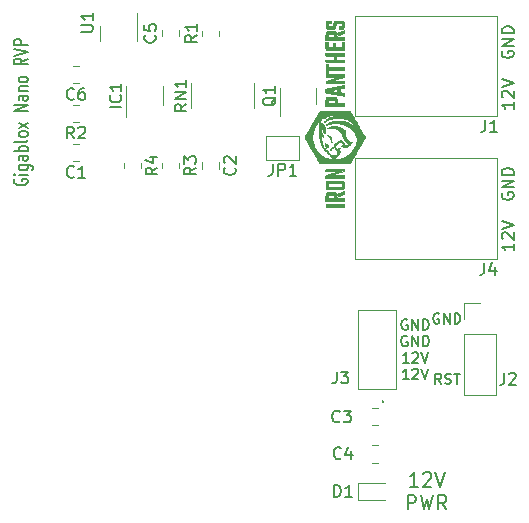
<source format=gbr>
%TF.GenerationSoftware,KiCad,Pcbnew,(6.0.5-0)*%
%TF.CreationDate,2022-07-05T23:07:10-07:00*%
%TF.ProjectId,gigablox-nano-rvp,67696761-626c-46f7-982d-6e616e6f2d72,rev?*%
%TF.SameCoordinates,PX5a1f4a0PY3e77360*%
%TF.FileFunction,Legend,Top*%
%TF.FilePolarity,Positive*%
%FSLAX46Y46*%
G04 Gerber Fmt 4.6, Leading zero omitted, Abs format (unit mm)*
G04 Created by KiCad (PCBNEW (6.0.5-0)) date 2022-07-05 23:07:10*
%MOMM*%
%LPD*%
G01*
G04 APERTURE LIST*
%ADD10C,0.200000*%
%ADD11C,0.150000*%
%ADD12C,0.010000*%
%ADD13C,0.120000*%
%ADD14C,0.100000*%
G04 APERTURE END LIST*
D10*
X700000Y28424286D02*
X642857Y28341429D01*
X642857Y28217143D01*
X700000Y28092858D01*
X814285Y28010000D01*
X928571Y27968572D01*
X1157142Y27927143D01*
X1328571Y27927143D01*
X1557142Y27968572D01*
X1671428Y28010000D01*
X1785714Y28092858D01*
X1842857Y28217143D01*
X1842857Y28300000D01*
X1785714Y28424286D01*
X1728571Y28465715D01*
X1328571Y28465715D01*
X1328571Y28300000D01*
X1842857Y28838572D02*
X1042857Y28838572D01*
X642857Y28838572D02*
X700000Y28797143D01*
X757142Y28838572D01*
X700000Y28880000D01*
X642857Y28838572D01*
X757142Y28838572D01*
X1042857Y29625715D02*
X2014285Y29625715D01*
X2128571Y29584286D01*
X2185714Y29542858D01*
X2242857Y29460000D01*
X2242857Y29335715D01*
X2185714Y29252858D01*
X1785714Y29625715D02*
X1842857Y29542858D01*
X1842857Y29377143D01*
X1785714Y29294286D01*
X1728571Y29252858D01*
X1614285Y29211429D01*
X1271428Y29211429D01*
X1157142Y29252858D01*
X1100000Y29294286D01*
X1042857Y29377143D01*
X1042857Y29542858D01*
X1100000Y29625715D01*
X1842857Y30412858D02*
X1214285Y30412858D01*
X1100000Y30371429D01*
X1042857Y30288572D01*
X1042857Y30122858D01*
X1100000Y30040000D01*
X1785714Y30412858D02*
X1842857Y30330000D01*
X1842857Y30122858D01*
X1785714Y30040000D01*
X1671428Y29998572D01*
X1557142Y29998572D01*
X1442857Y30040000D01*
X1385714Y30122858D01*
X1385714Y30330000D01*
X1328571Y30412858D01*
X1842857Y30827143D02*
X642857Y30827143D01*
X1100000Y30827143D02*
X1042857Y30910000D01*
X1042857Y31075715D01*
X1100000Y31158572D01*
X1157142Y31200000D01*
X1271428Y31241429D01*
X1614285Y31241429D01*
X1728571Y31200000D01*
X1785714Y31158572D01*
X1842857Y31075715D01*
X1842857Y30910000D01*
X1785714Y30827143D01*
X1842857Y31738572D02*
X1785714Y31655715D01*
X1671428Y31614286D01*
X642857Y31614286D01*
X1842857Y32194286D02*
X1785714Y32111429D01*
X1728571Y32070000D01*
X1614285Y32028572D01*
X1271428Y32028572D01*
X1157142Y32070000D01*
X1100000Y32111429D01*
X1042857Y32194286D01*
X1042857Y32318572D01*
X1100000Y32401429D01*
X1157142Y32442858D01*
X1271428Y32484286D01*
X1614285Y32484286D01*
X1728571Y32442858D01*
X1785714Y32401429D01*
X1842857Y32318572D01*
X1842857Y32194286D01*
X1842857Y32774286D02*
X1042857Y33230000D01*
X1042857Y32774286D02*
X1842857Y33230000D01*
X1842857Y34224286D02*
X642857Y34224286D01*
X1842857Y34721429D01*
X642857Y34721429D01*
X1842857Y35508572D02*
X1214285Y35508572D01*
X1100000Y35467143D01*
X1042857Y35384286D01*
X1042857Y35218572D01*
X1100000Y35135715D01*
X1785714Y35508572D02*
X1842857Y35425715D01*
X1842857Y35218572D01*
X1785714Y35135715D01*
X1671428Y35094286D01*
X1557142Y35094286D01*
X1442857Y35135715D01*
X1385714Y35218572D01*
X1385714Y35425715D01*
X1328571Y35508572D01*
X1042857Y35922858D02*
X1842857Y35922858D01*
X1157142Y35922858D02*
X1100000Y35964286D01*
X1042857Y36047143D01*
X1042857Y36171429D01*
X1100000Y36254286D01*
X1214285Y36295715D01*
X1842857Y36295715D01*
X1842857Y36834286D02*
X1785714Y36751429D01*
X1728571Y36710000D01*
X1614285Y36668572D01*
X1271428Y36668572D01*
X1157142Y36710000D01*
X1100000Y36751429D01*
X1042857Y36834286D01*
X1042857Y36958572D01*
X1100000Y37041429D01*
X1157142Y37082858D01*
X1271428Y37124286D01*
X1614285Y37124286D01*
X1728571Y37082858D01*
X1785714Y37041429D01*
X1842857Y36958572D01*
X1842857Y36834286D01*
X1842857Y38657143D02*
X1271428Y38367143D01*
X1842857Y38160000D02*
X642857Y38160000D01*
X642857Y38491429D01*
X700000Y38574286D01*
X757142Y38615715D01*
X871428Y38657143D01*
X1042857Y38657143D01*
X1157142Y38615715D01*
X1214285Y38574286D01*
X1271428Y38491429D01*
X1271428Y38160000D01*
X642857Y38905715D02*
X1842857Y39195715D01*
X642857Y39485715D01*
X1842857Y39775715D02*
X642857Y39775715D01*
X642857Y40107143D01*
X700000Y40190000D01*
X757142Y40231429D01*
X871428Y40272858D01*
X1042857Y40272858D01*
X1157142Y40231429D01*
X1214285Y40190000D01*
X1271428Y40107143D01*
X1271428Y39775715D01*
D11*
X42952380Y34995239D02*
X42952380Y34423810D01*
X42952380Y34709524D02*
X41952380Y34709524D01*
X42095238Y34614286D01*
X42190476Y34519048D01*
X42238095Y34423810D01*
X42047619Y35376191D02*
X42000000Y35423810D01*
X41952380Y35519048D01*
X41952380Y35757143D01*
X42000000Y35852381D01*
X42047619Y35900000D01*
X42142857Y35947620D01*
X42238095Y35947620D01*
X42380952Y35900000D01*
X42952380Y35328572D01*
X42952380Y35947620D01*
X41952380Y36233334D02*
X42952380Y36566667D01*
X41952380Y36900000D01*
X42000000Y39280953D02*
X41952380Y39185715D01*
X41952380Y39042858D01*
X42000000Y38900000D01*
X42095238Y38804762D01*
X42190476Y38757143D01*
X42380952Y38709524D01*
X42523809Y38709524D01*
X42714285Y38757143D01*
X42809523Y38804762D01*
X42904761Y38900000D01*
X42952380Y39042858D01*
X42952380Y39138096D01*
X42904761Y39280953D01*
X42857142Y39328572D01*
X42523809Y39328572D01*
X42523809Y39138096D01*
X42952380Y39757143D02*
X41952380Y39757143D01*
X42952380Y40328572D01*
X41952380Y40328572D01*
X42952380Y40804762D02*
X41952380Y40804762D01*
X41952380Y41042858D01*
X42000000Y41185715D01*
X42095238Y41280953D01*
X42190476Y41328572D01*
X42380952Y41376191D01*
X42523809Y41376191D01*
X42714285Y41328572D01*
X42809523Y41280953D01*
X42904761Y41185715D01*
X42952380Y41042858D01*
X42952380Y40804762D01*
X42952380Y22995239D02*
X42952380Y22423810D01*
X42952380Y22709524D02*
X41952380Y22709524D01*
X42095238Y22614286D01*
X42190476Y22519048D01*
X42238095Y22423810D01*
X42047619Y23376191D02*
X42000000Y23423810D01*
X41952380Y23519048D01*
X41952380Y23757143D01*
X42000000Y23852381D01*
X42047619Y23900000D01*
X42142857Y23947620D01*
X42238095Y23947620D01*
X42380952Y23900000D01*
X42952380Y23328572D01*
X42952380Y23947620D01*
X41952380Y24233334D02*
X42952380Y24566667D01*
X41952380Y24900000D01*
X42000000Y27280953D02*
X41952380Y27185715D01*
X41952380Y27042858D01*
X42000000Y26900000D01*
X42095238Y26804762D01*
X42190476Y26757143D01*
X42380952Y26709524D01*
X42523809Y26709524D01*
X42714285Y26757143D01*
X42809523Y26804762D01*
X42904761Y26900000D01*
X42952380Y27042858D01*
X42952380Y27138096D01*
X42904761Y27280953D01*
X42857142Y27328572D01*
X42523809Y27328572D01*
X42523809Y27138096D01*
X42952380Y27757143D02*
X41952380Y27757143D01*
X42952380Y28328572D01*
X41952380Y28328572D01*
X42952380Y28804762D02*
X41952380Y28804762D01*
X41952380Y29042858D01*
X42000000Y29185715D01*
X42095238Y29280953D01*
X42190476Y29328572D01*
X42380952Y29376191D01*
X42523809Y29376191D01*
X42714285Y29328572D01*
X42809523Y29280953D01*
X42904761Y29185715D01*
X42952380Y29042858D01*
X42952380Y28804762D01*
X36823571Y11106429D02*
X36533571Y11520715D01*
X36326428Y11106429D02*
X36326428Y11976429D01*
X36657857Y11976429D01*
X36740714Y11935000D01*
X36782142Y11893572D01*
X36823571Y11810715D01*
X36823571Y11686429D01*
X36782142Y11603572D01*
X36740714Y11562143D01*
X36657857Y11520715D01*
X36326428Y11520715D01*
X37155000Y11147858D02*
X37279285Y11106429D01*
X37486428Y11106429D01*
X37569285Y11147858D01*
X37610714Y11189286D01*
X37652142Y11272143D01*
X37652142Y11355000D01*
X37610714Y11437858D01*
X37569285Y11479286D01*
X37486428Y11520715D01*
X37320714Y11562143D01*
X37237857Y11603572D01*
X37196428Y11645000D01*
X37155000Y11727858D01*
X37155000Y11810715D01*
X37196428Y11893572D01*
X37237857Y11935000D01*
X37320714Y11976429D01*
X37527857Y11976429D01*
X37652142Y11935000D01*
X37900714Y11976429D02*
X38397857Y11976429D01*
X38149285Y11106429D02*
X38149285Y11976429D01*
X36637142Y17035000D02*
X36554285Y17076429D01*
X36430000Y17076429D01*
X36305714Y17035000D01*
X36222857Y16952143D01*
X36181428Y16869286D01*
X36140000Y16703572D01*
X36140000Y16579286D01*
X36181428Y16413572D01*
X36222857Y16330715D01*
X36305714Y16247858D01*
X36430000Y16206429D01*
X36512857Y16206429D01*
X36637142Y16247858D01*
X36678571Y16289286D01*
X36678571Y16579286D01*
X36512857Y16579286D01*
X37051428Y16206429D02*
X37051428Y17076429D01*
X37548571Y16206429D01*
X37548571Y17076429D01*
X37962857Y16206429D02*
X37962857Y17076429D01*
X38170000Y17076429D01*
X38294285Y17035000D01*
X38377142Y16952143D01*
X38418571Y16869286D01*
X38460000Y16703572D01*
X38460000Y16579286D01*
X38418571Y16413572D01*
X38377142Y16330715D01*
X38294285Y16247858D01*
X38170000Y16206429D01*
X37962857Y16206429D01*
X33937142Y16536050D02*
X33854285Y16577479D01*
X33730000Y16577479D01*
X33605714Y16536050D01*
X33522857Y16453193D01*
X33481428Y16370336D01*
X33440000Y16204622D01*
X33440000Y16080336D01*
X33481428Y15914622D01*
X33522857Y15831765D01*
X33605714Y15748908D01*
X33730000Y15707479D01*
X33812857Y15707479D01*
X33937142Y15748908D01*
X33978571Y15790336D01*
X33978571Y16080336D01*
X33812857Y16080336D01*
X34351428Y15707479D02*
X34351428Y16577479D01*
X34848571Y15707479D01*
X34848571Y16577479D01*
X35262857Y15707479D02*
X35262857Y16577479D01*
X35470000Y16577479D01*
X35594285Y16536050D01*
X35677142Y16453193D01*
X35718571Y16370336D01*
X35760000Y16204622D01*
X35760000Y16080336D01*
X35718571Y15914622D01*
X35677142Y15831765D01*
X35594285Y15748908D01*
X35470000Y15707479D01*
X35262857Y15707479D01*
X33937142Y15135350D02*
X33854285Y15176779D01*
X33730000Y15176779D01*
X33605714Y15135350D01*
X33522857Y15052493D01*
X33481428Y14969636D01*
X33440000Y14803922D01*
X33440000Y14679636D01*
X33481428Y14513922D01*
X33522857Y14431065D01*
X33605714Y14348208D01*
X33730000Y14306779D01*
X33812857Y14306779D01*
X33937142Y14348208D01*
X33978571Y14389636D01*
X33978571Y14679636D01*
X33812857Y14679636D01*
X34351428Y14306779D02*
X34351428Y15176779D01*
X34848571Y14306779D01*
X34848571Y15176779D01*
X35262857Y14306779D02*
X35262857Y15176779D01*
X35470000Y15176779D01*
X35594285Y15135350D01*
X35677142Y15052493D01*
X35718571Y14969636D01*
X35760000Y14803922D01*
X35760000Y14679636D01*
X35718571Y14513922D01*
X35677142Y14431065D01*
X35594285Y14348208D01*
X35470000Y14306779D01*
X35262857Y14306779D01*
X34061428Y12906079D02*
X33564285Y12906079D01*
X33812857Y12906079D02*
X33812857Y13776079D01*
X33730000Y13651793D01*
X33647142Y13568936D01*
X33564285Y13527508D01*
X34392857Y13693222D02*
X34434285Y13734650D01*
X34517142Y13776079D01*
X34724285Y13776079D01*
X34807142Y13734650D01*
X34848571Y13693222D01*
X34890000Y13610365D01*
X34890000Y13527508D01*
X34848571Y13403222D01*
X34351428Y12906079D01*
X34890000Y12906079D01*
X35138571Y13776079D02*
X35428571Y12906079D01*
X35718571Y13776079D01*
X34061428Y11505379D02*
X33564285Y11505379D01*
X33812857Y11505379D02*
X33812857Y12375379D01*
X33730000Y12251093D01*
X33647142Y12168236D01*
X33564285Y12126808D01*
X34392857Y12292522D02*
X34434285Y12333950D01*
X34517142Y12375379D01*
X34724285Y12375379D01*
X34807142Y12333950D01*
X34848571Y12292522D01*
X34890000Y12209665D01*
X34890000Y12126808D01*
X34848571Y12002522D01*
X34351428Y11505379D01*
X34890000Y11505379D01*
X35138571Y12375379D02*
X35428571Y11505379D01*
X35718571Y12375379D01*
D10*
X34857142Y2423143D02*
X34171428Y2423143D01*
X34514285Y2423143D02*
X34514285Y3623143D01*
X34400000Y3451715D01*
X34285714Y3337429D01*
X34171428Y3280286D01*
X35314285Y3508858D02*
X35371428Y3566000D01*
X35485714Y3623143D01*
X35771428Y3623143D01*
X35885714Y3566000D01*
X35942857Y3508858D01*
X36000000Y3394572D01*
X36000000Y3280286D01*
X35942857Y3108858D01*
X35257142Y2423143D01*
X36000000Y2423143D01*
X36342857Y3623143D02*
X36742857Y2423143D01*
X37142857Y3623143D01*
X34000000Y491143D02*
X34000000Y1691143D01*
X34457142Y1691143D01*
X34571428Y1634000D01*
X34628571Y1576858D01*
X34685714Y1462572D01*
X34685714Y1291143D01*
X34628571Y1176858D01*
X34571428Y1119715D01*
X34457142Y1062572D01*
X34000000Y1062572D01*
X35085714Y1691143D02*
X35371428Y491143D01*
X35600000Y1348286D01*
X35828571Y491143D01*
X36114285Y1691143D01*
X37257142Y491143D02*
X36857142Y1062572D01*
X36571428Y491143D02*
X36571428Y1691143D01*
X37028571Y1691143D01*
X37142857Y1634000D01*
X37200000Y1576858D01*
X37257142Y1462572D01*
X37257142Y1291143D01*
X37200000Y1176858D01*
X37142857Y1119715D01*
X37028571Y1062572D01*
X36571428Y1062572D01*
D11*
%TO.C,U1*%
X6352380Y40938096D02*
X7161904Y40938096D01*
X7257142Y40985715D01*
X7304761Y41033334D01*
X7352380Y41128572D01*
X7352380Y41319048D01*
X7304761Y41414286D01*
X7257142Y41461905D01*
X7161904Y41509524D01*
X6352380Y41509524D01*
X7352380Y42509524D02*
X7352380Y41938096D01*
X7352380Y42223810D02*
X6352380Y42223810D01*
X6495238Y42128572D01*
X6590476Y42033334D01*
X6638095Y41938096D01*
%TO.C,RN1*%
X15252380Y34809524D02*
X14776190Y34476191D01*
X15252380Y34238096D02*
X14252380Y34238096D01*
X14252380Y34619048D01*
X14300000Y34714286D01*
X14347619Y34761905D01*
X14442857Y34809524D01*
X14585714Y34809524D01*
X14680952Y34761905D01*
X14728571Y34714286D01*
X14776190Y34619048D01*
X14776190Y34238096D01*
X15252380Y35238096D02*
X14252380Y35238096D01*
X15252380Y35809524D01*
X14252380Y35809524D01*
X15252380Y36809524D02*
X15252380Y36238096D01*
X15252380Y36523810D02*
X14252380Y36523810D01*
X14395238Y36428572D01*
X14490476Y36333334D01*
X14538095Y36238096D01*
%TO.C,R4*%
X12802380Y29433334D02*
X12326190Y29100000D01*
X12802380Y28861905D02*
X11802380Y28861905D01*
X11802380Y29242858D01*
X11850000Y29338096D01*
X11897619Y29385715D01*
X11992857Y29433334D01*
X12135714Y29433334D01*
X12230952Y29385715D01*
X12278571Y29338096D01*
X12326190Y29242858D01*
X12326190Y28861905D01*
X12135714Y30290477D02*
X12802380Y30290477D01*
X11754761Y30052381D02*
X12469047Y29814286D01*
X12469047Y30433334D01*
%TO.C,R3*%
X16052380Y29433334D02*
X15576190Y29100000D01*
X16052380Y28861905D02*
X15052380Y28861905D01*
X15052380Y29242858D01*
X15100000Y29338096D01*
X15147619Y29385715D01*
X15242857Y29433334D01*
X15385714Y29433334D01*
X15480952Y29385715D01*
X15528571Y29338096D01*
X15576190Y29242858D01*
X15576190Y28861905D01*
X15052380Y29766667D02*
X15052380Y30385715D01*
X15433333Y30052381D01*
X15433333Y30195239D01*
X15480952Y30290477D01*
X15528571Y30338096D01*
X15623809Y30385715D01*
X15861904Y30385715D01*
X15957142Y30338096D01*
X16004761Y30290477D01*
X16052380Y30195239D01*
X16052380Y29909524D01*
X16004761Y29814286D01*
X15957142Y29766667D01*
%TO.C,R2*%
X5733333Y31897620D02*
X5400000Y32373810D01*
X5161904Y31897620D02*
X5161904Y32897620D01*
X5542857Y32897620D01*
X5638095Y32850000D01*
X5685714Y32802381D01*
X5733333Y32707143D01*
X5733333Y32564286D01*
X5685714Y32469048D01*
X5638095Y32421429D01*
X5542857Y32373810D01*
X5161904Y32373810D01*
X6114285Y32802381D02*
X6161904Y32850000D01*
X6257142Y32897620D01*
X6495238Y32897620D01*
X6590476Y32850000D01*
X6638095Y32802381D01*
X6685714Y32707143D01*
X6685714Y32611905D01*
X6638095Y32469048D01*
X6066666Y31897620D01*
X6685714Y31897620D01*
%TO.C,R1*%
X16152380Y40633334D02*
X15676190Y40300000D01*
X16152380Y40061905D02*
X15152380Y40061905D01*
X15152380Y40442858D01*
X15200000Y40538096D01*
X15247619Y40585715D01*
X15342857Y40633334D01*
X15485714Y40633334D01*
X15580952Y40585715D01*
X15628571Y40538096D01*
X15676190Y40442858D01*
X15676190Y40061905D01*
X16152380Y41585715D02*
X16152380Y41014286D01*
X16152380Y41300000D02*
X15152380Y41300000D01*
X15295238Y41204762D01*
X15390476Y41109524D01*
X15438095Y41014286D01*
%TO.C,Q1*%
X22847619Y35404762D02*
X22800000Y35309524D01*
X22704761Y35214286D01*
X22561904Y35071429D01*
X22514285Y34976191D01*
X22514285Y34880953D01*
X22752380Y34928572D02*
X22704761Y34833334D01*
X22609523Y34738096D01*
X22419047Y34690477D01*
X22085714Y34690477D01*
X21895238Y34738096D01*
X21800000Y34833334D01*
X21752380Y34928572D01*
X21752380Y35119048D01*
X21800000Y35214286D01*
X21895238Y35309524D01*
X22085714Y35357143D01*
X22419047Y35357143D01*
X22609523Y35309524D01*
X22704761Y35214286D01*
X22752380Y35119048D01*
X22752380Y34928572D01*
X22752380Y36309524D02*
X22752380Y35738096D01*
X22752380Y36023810D02*
X21752380Y36023810D01*
X21895238Y35928572D01*
X21990476Y35833334D01*
X22038095Y35738096D01*
%TO.C,JP1*%
X22566666Y29747620D02*
X22566666Y29033334D01*
X22519047Y28890477D01*
X22423809Y28795239D01*
X22280952Y28747620D01*
X22185714Y28747620D01*
X23042857Y28747620D02*
X23042857Y29747620D01*
X23423809Y29747620D01*
X23519047Y29700000D01*
X23566666Y29652381D01*
X23614285Y29557143D01*
X23614285Y29414286D01*
X23566666Y29319048D01*
X23519047Y29271429D01*
X23423809Y29223810D01*
X23042857Y29223810D01*
X24566666Y28747620D02*
X23995238Y28747620D01*
X24280952Y28747620D02*
X24280952Y29747620D01*
X24185714Y29604762D01*
X24090476Y29509524D01*
X23995238Y29461905D01*
%TO.C,J4*%
X40466666Y21347620D02*
X40466666Y20633334D01*
X40419047Y20490477D01*
X40323809Y20395239D01*
X40180952Y20347620D01*
X40085714Y20347620D01*
X41371428Y21014286D02*
X41371428Y20347620D01*
X41133333Y21395239D02*
X40895238Y20680953D01*
X41514285Y20680953D01*
%TO.C,J3*%
X27966666Y12147620D02*
X27966666Y11433334D01*
X27919047Y11290477D01*
X27823809Y11195239D01*
X27680952Y11147620D01*
X27585714Y11147620D01*
X28347619Y12147620D02*
X28966666Y12147620D01*
X28633333Y11766667D01*
X28776190Y11766667D01*
X28871428Y11719048D01*
X28919047Y11671429D01*
X28966666Y11576191D01*
X28966666Y11338096D01*
X28919047Y11242858D01*
X28871428Y11195239D01*
X28776190Y11147620D01*
X28490476Y11147620D01*
X28395238Y11195239D01*
X28347619Y11242858D01*
%TO.C,J2*%
X42166666Y12047620D02*
X42166666Y11333334D01*
X42119047Y11190477D01*
X42023809Y11095239D01*
X41880952Y11047620D01*
X41785714Y11047620D01*
X42595238Y11952381D02*
X42642857Y12000000D01*
X42738095Y12047620D01*
X42976190Y12047620D01*
X43071428Y12000000D01*
X43119047Y11952381D01*
X43166666Y11857143D01*
X43166666Y11761905D01*
X43119047Y11619048D01*
X42547619Y11047620D01*
X43166666Y11047620D01*
%TO.C,J1*%
X40566666Y33447620D02*
X40566666Y32733334D01*
X40519047Y32590477D01*
X40423809Y32495239D01*
X40280952Y32447620D01*
X40185714Y32447620D01*
X41566666Y32447620D02*
X40995238Y32447620D01*
X41280952Y32447620D02*
X41280952Y33447620D01*
X41185714Y33304762D01*
X41090476Y33209524D01*
X40995238Y33161905D01*
%TO.C,IC1*%
X9752380Y34523810D02*
X8752380Y34523810D01*
X9657142Y35571429D02*
X9704761Y35523810D01*
X9752380Y35380953D01*
X9752380Y35285715D01*
X9704761Y35142858D01*
X9609523Y35047620D01*
X9514285Y35000000D01*
X9323809Y34952381D01*
X9180952Y34952381D01*
X8990476Y35000000D01*
X8895238Y35047620D01*
X8800000Y35142858D01*
X8752380Y35285715D01*
X8752380Y35380953D01*
X8800000Y35523810D01*
X8847619Y35571429D01*
X9752380Y36523810D02*
X9752380Y35952381D01*
X9752380Y36238096D02*
X8752380Y36238096D01*
X8895238Y36142858D01*
X8990476Y36047620D01*
X9038095Y35952381D01*
%TO.C,D1*%
X27761904Y1547620D02*
X27761904Y2547620D01*
X28000000Y2547620D01*
X28142857Y2500000D01*
X28238095Y2404762D01*
X28285714Y2309524D01*
X28333333Y2119048D01*
X28333333Y1976191D01*
X28285714Y1785715D01*
X28238095Y1690477D01*
X28142857Y1595239D01*
X28000000Y1547620D01*
X27761904Y1547620D01*
X29285714Y1547620D02*
X28714285Y1547620D01*
X29000000Y1547620D02*
X29000000Y2547620D01*
X28904761Y2404762D01*
X28809523Y2309524D01*
X28714285Y2261905D01*
%TO.C,C6*%
X5733333Y35262858D02*
X5685714Y35215239D01*
X5542857Y35167620D01*
X5447619Y35167620D01*
X5304761Y35215239D01*
X5209523Y35310477D01*
X5161904Y35405715D01*
X5114285Y35596191D01*
X5114285Y35739048D01*
X5161904Y35929524D01*
X5209523Y36024762D01*
X5304761Y36120000D01*
X5447619Y36167620D01*
X5542857Y36167620D01*
X5685714Y36120000D01*
X5733333Y36072381D01*
X6590476Y36167620D02*
X6400000Y36167620D01*
X6304761Y36120000D01*
X6257142Y36072381D01*
X6161904Y35929524D01*
X6114285Y35739048D01*
X6114285Y35358096D01*
X6161904Y35262858D01*
X6209523Y35215239D01*
X6304761Y35167620D01*
X6495238Y35167620D01*
X6590476Y35215239D01*
X6638095Y35262858D01*
X6685714Y35358096D01*
X6685714Y35596191D01*
X6638095Y35691429D01*
X6590476Y35739048D01*
X6495238Y35786667D01*
X6304761Y35786667D01*
X6209523Y35739048D01*
X6161904Y35691429D01*
X6114285Y35596191D01*
%TO.C,C5*%
X12577142Y40633334D02*
X12624761Y40585715D01*
X12672380Y40442858D01*
X12672380Y40347620D01*
X12624761Y40204762D01*
X12529523Y40109524D01*
X12434285Y40061905D01*
X12243809Y40014286D01*
X12100952Y40014286D01*
X11910476Y40061905D01*
X11815238Y40109524D01*
X11720000Y40204762D01*
X11672380Y40347620D01*
X11672380Y40442858D01*
X11720000Y40585715D01*
X11767619Y40633334D01*
X11672380Y41538096D02*
X11672380Y41061905D01*
X12148571Y41014286D01*
X12100952Y41061905D01*
X12053333Y41157143D01*
X12053333Y41395239D01*
X12100952Y41490477D01*
X12148571Y41538096D01*
X12243809Y41585715D01*
X12481904Y41585715D01*
X12577142Y41538096D01*
X12624761Y41490477D01*
X12672380Y41395239D01*
X12672380Y41157143D01*
X12624761Y41061905D01*
X12577142Y41014286D01*
%TO.C,C4*%
X28333333Y4842858D02*
X28285714Y4795239D01*
X28142857Y4747620D01*
X28047619Y4747620D01*
X27904761Y4795239D01*
X27809523Y4890477D01*
X27761904Y4985715D01*
X27714285Y5176191D01*
X27714285Y5319048D01*
X27761904Y5509524D01*
X27809523Y5604762D01*
X27904761Y5700000D01*
X28047619Y5747620D01*
X28142857Y5747620D01*
X28285714Y5700000D01*
X28333333Y5652381D01*
X29190476Y5414286D02*
X29190476Y4747620D01*
X28952380Y5795239D02*
X28714285Y5080953D01*
X29333333Y5080953D01*
%TO.C,C3*%
X28233333Y7942858D02*
X28185714Y7895239D01*
X28042857Y7847620D01*
X27947619Y7847620D01*
X27804761Y7895239D01*
X27709523Y7990477D01*
X27661904Y8085715D01*
X27614285Y8276191D01*
X27614285Y8419048D01*
X27661904Y8609524D01*
X27709523Y8704762D01*
X27804761Y8800000D01*
X27947619Y8847620D01*
X28042857Y8847620D01*
X28185714Y8800000D01*
X28233333Y8752381D01*
X28566666Y8847620D02*
X29185714Y8847620D01*
X28852380Y8466667D01*
X28995238Y8466667D01*
X29090476Y8419048D01*
X29138095Y8371429D01*
X29185714Y8276191D01*
X29185714Y8038096D01*
X29138095Y7942858D01*
X29090476Y7895239D01*
X28995238Y7847620D01*
X28709523Y7847620D01*
X28614285Y7895239D01*
X28566666Y7942858D01*
%TO.C,C2*%
X19337142Y29433334D02*
X19384761Y29385715D01*
X19432380Y29242858D01*
X19432380Y29147620D01*
X19384761Y29004762D01*
X19289523Y28909524D01*
X19194285Y28861905D01*
X19003809Y28814286D01*
X18860952Y28814286D01*
X18670476Y28861905D01*
X18575238Y28909524D01*
X18480000Y29004762D01*
X18432380Y29147620D01*
X18432380Y29242858D01*
X18480000Y29385715D01*
X18527619Y29433334D01*
X18527619Y29814286D02*
X18480000Y29861905D01*
X18432380Y29957143D01*
X18432380Y30195239D01*
X18480000Y30290477D01*
X18527619Y30338096D01*
X18622857Y30385715D01*
X18718095Y30385715D01*
X18860952Y30338096D01*
X19432380Y29766667D01*
X19432380Y30385715D01*
%TO.C,C1*%
X5733333Y28662858D02*
X5685714Y28615239D01*
X5542857Y28567620D01*
X5447619Y28567620D01*
X5304761Y28615239D01*
X5209523Y28710477D01*
X5161904Y28805715D01*
X5114285Y28996191D01*
X5114285Y29139048D01*
X5161904Y29329524D01*
X5209523Y29424762D01*
X5304761Y29520000D01*
X5447619Y29567620D01*
X5542857Y29567620D01*
X5685714Y29520000D01*
X5733333Y29472381D01*
X6685714Y28567620D02*
X6114285Y28567620D01*
X6400000Y28567620D02*
X6400000Y29567620D01*
X6304761Y29424762D01*
X6209523Y29329524D01*
X6114285Y29281905D01*
%TO.C,G\u002A\u002A\u002A*%
G36*
X26557893Y29795104D02*
G01*
X26534252Y29808397D01*
X26511439Y29825291D01*
X26502939Y29833204D01*
X26497737Y29840786D01*
X26486589Y29858718D01*
X26469880Y29886338D01*
X26447991Y29922987D01*
X26421306Y29968002D01*
X26390208Y30020723D01*
X26355080Y30080488D01*
X26316305Y30146637D01*
X26274266Y30218508D01*
X26229345Y30295440D01*
X26181926Y30376772D01*
X26132392Y30461842D01*
X26081125Y30549991D01*
X26028509Y30640556D01*
X25974926Y30732876D01*
X25920760Y30826291D01*
X25866393Y30920139D01*
X25812209Y31013759D01*
X25758590Y31106490D01*
X25705920Y31197671D01*
X25654581Y31286641D01*
X25604956Y31372738D01*
X25557428Y31455301D01*
X25512381Y31533670D01*
X25470197Y31607183D01*
X25431259Y31675180D01*
X25395950Y31736998D01*
X25364653Y31791977D01*
X25337752Y31839455D01*
X25315628Y31878772D01*
X25298665Y31909267D01*
X25287246Y31930278D01*
X25281754Y31941144D01*
X25281443Y31941921D01*
X25275395Y31969067D01*
X25273260Y32001792D01*
X25273869Y32012450D01*
X25917771Y32012450D01*
X25917927Y31945609D01*
X25919065Y31888432D01*
X25921454Y31837902D01*
X25925360Y31791005D01*
X25931052Y31744724D01*
X25938798Y31696042D01*
X25948867Y31641945D01*
X25952203Y31625100D01*
X25988141Y31477145D01*
X26035550Y31333952D01*
X26093930Y31196041D01*
X26162783Y31063933D01*
X26241608Y30938147D01*
X26329906Y30819203D01*
X26427177Y30707622D01*
X26532922Y30603924D01*
X26646641Y30508628D01*
X26767834Y30422256D01*
X26896003Y30345326D01*
X27030648Y30278359D01*
X27171268Y30221876D01*
X27317365Y30176396D01*
X27352325Y30167389D01*
X27412177Y30153139D01*
X27465936Y30141784D01*
X27516334Y30133021D01*
X27566101Y30126547D01*
X27617969Y30122061D01*
X27674670Y30119261D01*
X27738936Y30117844D01*
X27803175Y30117501D01*
X27860252Y30117623D01*
X27906853Y30118064D01*
X27945198Y30118939D01*
X27977510Y30120360D01*
X28006011Y30122441D01*
X28032920Y30125295D01*
X28060461Y30129035D01*
X28076225Y30131440D01*
X28232436Y30162100D01*
X28383314Y30204213D01*
X28528652Y30257680D01*
X28668249Y30322406D01*
X28801900Y30398292D01*
X28929400Y30485241D01*
X29050546Y30583157D01*
X29081763Y30611116D01*
X29191027Y30719567D01*
X29290255Y30835671D01*
X29379243Y30959041D01*
X29457787Y31089293D01*
X29525682Y31226040D01*
X29582725Y31368897D01*
X29628711Y31517478D01*
X29663438Y31671398D01*
X29673431Y31729875D01*
X29679462Y31774179D01*
X29682012Y31811490D01*
X29680974Y31846759D01*
X29676239Y31884939D01*
X29669192Y31923550D01*
X29643612Y32022761D01*
X29606471Y32123539D01*
X29558641Y32224837D01*
X29500988Y32325608D01*
X29434382Y32424806D01*
X29359691Y32521384D01*
X29277785Y32614295D01*
X29189532Y32702494D01*
X29095800Y32784932D01*
X28997459Y32860563D01*
X28895378Y32928342D01*
X28790424Y32987220D01*
X28783326Y32990814D01*
X28696494Y33029777D01*
X28599299Y33064968D01*
X28493598Y33096063D01*
X28381250Y33122736D01*
X28264115Y33144662D01*
X28144050Y33161516D01*
X28022916Y33172974D01*
X27902571Y33178711D01*
X27784874Y33178401D01*
X27725331Y33175743D01*
X27600751Y33165386D01*
X27482098Y33149767D01*
X27370815Y33129162D01*
X27268342Y33103848D01*
X27176122Y33074101D01*
X27156731Y33066746D01*
X27129311Y33056564D01*
X27106029Y33048924D01*
X27089503Y33044619D01*
X27082555Y33044259D01*
X27076195Y33054151D01*
X27080367Y33068473D01*
X27094047Y33086384D01*
X27116215Y33107040D01*
X27145849Y33129599D01*
X27181925Y33153220D01*
X27223422Y33177059D01*
X27269317Y33200275D01*
X27275237Y33203056D01*
X27397920Y33253975D01*
X27528856Y33296631D01*
X27666485Y33330823D01*
X27809247Y33356348D01*
X27955581Y33373006D01*
X28103928Y33380596D01*
X28252728Y33378915D01*
X28400419Y33367762D01*
X28476275Y33358151D01*
X28621368Y33331519D01*
X28759286Y33294580D01*
X28890661Y33247043D01*
X29016127Y33188617D01*
X29136315Y33119013D01*
X29251859Y33037938D01*
X29350965Y32956194D01*
X29407803Y32900097D01*
X29463886Y32833434D01*
X29517460Y32758301D01*
X29520683Y32753375D01*
X29537529Y32727854D01*
X29551926Y32706720D01*
X29562471Y32691982D01*
X29567761Y32685651D01*
X29568001Y32685550D01*
X29567523Y32690933D01*
X29562131Y32705914D01*
X29552606Y32728740D01*
X29539733Y32757661D01*
X29524293Y32790924D01*
X29507070Y32826776D01*
X29488846Y32863465D01*
X29485916Y32869245D01*
X29454948Y32926476D01*
X29419272Y32986146D01*
X29380078Y33046687D01*
X29338555Y33106535D01*
X29295895Y33164124D01*
X29253289Y33217887D01*
X29211925Y33266260D01*
X29172996Y33307676D01*
X29137691Y33340570D01*
X29113201Y33359463D01*
X29053493Y33396255D01*
X28983396Y33432959D01*
X28905197Y33468725D01*
X28821186Y33502702D01*
X28733650Y33534040D01*
X28644876Y33561887D01*
X28557154Y33585394D01*
X28472771Y33603710D01*
X28441261Y33609263D01*
X28390624Y33615939D01*
X28330109Y33621255D01*
X28262473Y33625111D01*
X28190476Y33627405D01*
X28116875Y33628039D01*
X28044429Y33626911D01*
X28000626Y33625252D01*
X27838472Y33613959D01*
X27687146Y33596031D01*
X27546648Y33571468D01*
X27416977Y33540270D01*
X27298132Y33502437D01*
X27190113Y33457968D01*
X27092919Y33406863D01*
X27006549Y33349121D01*
X26974053Y33323352D01*
X26952728Y33306086D01*
X26934667Y33292423D01*
X26922271Y33284128D01*
X26918381Y33282450D01*
X26910037Y33286860D01*
X26909984Y33299411D01*
X26917722Y33319078D01*
X26932749Y33344839D01*
X26954562Y33375669D01*
X26979141Y33406380D01*
X27039231Y33468840D01*
X27110598Y33526988D01*
X27192489Y33580573D01*
X27284147Y33629343D01*
X27384818Y33673049D01*
X27493745Y33711437D01*
X27610175Y33744259D01*
X27733351Y33771262D01*
X27862520Y33792196D01*
X27996924Y33806810D01*
X28135810Y33814852D01*
X28212750Y33816377D01*
X28252335Y33816692D01*
X28280490Y33817135D01*
X28298482Y33817853D01*
X28307582Y33818993D01*
X28309058Y33820700D01*
X28304179Y33823123D01*
X28295658Y33825955D01*
X28231295Y33843210D01*
X28156929Y33858057D01*
X28075080Y33870179D01*
X27988270Y33879258D01*
X27899023Y33884978D01*
X27809860Y33887022D01*
X27809525Y33887022D01*
X27695801Y33884593D01*
X27590009Y33876774D01*
X27488375Y33863107D01*
X27387130Y33843137D01*
X27328361Y33828815D01*
X27181933Y33784411D01*
X27040878Y33728795D01*
X26905701Y33662482D01*
X26776907Y33585990D01*
X26655004Y33499836D01*
X26540498Y33404538D01*
X26433893Y33300613D01*
X26335696Y33188578D01*
X26246414Y33068951D01*
X26166551Y32942248D01*
X26096615Y32808987D01*
X26037110Y32669685D01*
X25988544Y32524859D01*
X25964672Y32434725D01*
X25949502Y32367125D01*
X25937776Y32304610D01*
X25929127Y32243853D01*
X25923184Y32181527D01*
X25919578Y32114304D01*
X25917940Y32038859D01*
X25917771Y32012450D01*
X25273869Y32012450D01*
X25275101Y32034023D01*
X25280196Y32057539D01*
X25284103Y32065194D01*
X25294050Y32083288D01*
X25309721Y32111268D01*
X25330798Y32148581D01*
X25356964Y32194671D01*
X25387901Y32248986D01*
X25423293Y32310970D01*
X25462823Y32380070D01*
X25506173Y32455732D01*
X25553026Y32537401D01*
X25603065Y32624525D01*
X25655972Y32716548D01*
X25711432Y32812917D01*
X25769125Y32913077D01*
X25828736Y33016475D01*
X25879612Y33104650D01*
X25964233Y33251162D01*
X26042607Y33386656D01*
X26114753Y33511164D01*
X26180688Y33624715D01*
X26240430Y33727340D01*
X26293997Y33819069D01*
X26341406Y33899931D01*
X26382675Y33969959D01*
X26417822Y34029181D01*
X26446866Y34077628D01*
X26469823Y34115331D01*
X26486711Y34142319D01*
X26497548Y34158624D01*
X26501032Y34163155D01*
X26527291Y34188237D01*
X26554817Y34204822D01*
X26565429Y34209193D01*
X26569741Y34210764D01*
X26574282Y34212204D01*
X26579597Y34213518D01*
X26586235Y34214713D01*
X26594741Y34215793D01*
X26605662Y34216764D01*
X26619545Y34217633D01*
X26636937Y34218405D01*
X26658385Y34219086D01*
X26684435Y34219681D01*
X26715634Y34220197D01*
X26752529Y34220638D01*
X26795667Y34221011D01*
X26845594Y34221322D01*
X26902857Y34221575D01*
X26968003Y34221778D01*
X27041579Y34221935D01*
X27124132Y34222053D01*
X27216207Y34222137D01*
X27318353Y34222193D01*
X27431115Y34222226D01*
X27555041Y34222243D01*
X27690677Y34222249D01*
X27809525Y34222250D01*
X27955069Y34222248D01*
X28088459Y34222239D01*
X28210243Y34222218D01*
X28320967Y34222179D01*
X28421176Y34222115D01*
X28511419Y34222022D01*
X28592240Y34221894D01*
X28664188Y34221725D01*
X28727808Y34221510D01*
X28783647Y34221243D01*
X28832251Y34220918D01*
X28874167Y34220529D01*
X28909943Y34220072D01*
X28940123Y34219540D01*
X28965255Y34218928D01*
X28985885Y34218230D01*
X29002560Y34217441D01*
X29015826Y34216555D01*
X29026230Y34215565D01*
X29034319Y34214468D01*
X29040638Y34213256D01*
X29045736Y34211925D01*
X29050157Y34210469D01*
X29052967Y34209437D01*
X29084981Y34192831D01*
X29113428Y34169853D01*
X29113530Y34169750D01*
X29119728Y34161587D01*
X29130872Y34144664D01*
X29147059Y34118813D01*
X29168389Y34083866D01*
X29194960Y34039655D01*
X29226871Y33986014D01*
X29264219Y33922774D01*
X29307104Y33849767D01*
X29355625Y33766827D01*
X29409879Y33673785D01*
X29469966Y33570474D01*
X29535983Y33456726D01*
X29608030Y33332374D01*
X29686206Y33197249D01*
X29734221Y33114175D01*
X29795364Y33008304D01*
X29854865Y32905180D01*
X29912408Y32805357D01*
X29967673Y32709390D01*
X30020343Y32617835D01*
X30070101Y32531246D01*
X30116627Y32450178D01*
X30159606Y32375187D01*
X30198718Y32306826D01*
X30233645Y32245653D01*
X30264071Y32192221D01*
X30289676Y32147085D01*
X30310143Y32110801D01*
X30325155Y32083923D01*
X30334393Y32067007D01*
X30337472Y32060864D01*
X30345427Y32023714D01*
X30345433Y31982708D01*
X30337757Y31943567D01*
X30331235Y31926725D01*
X30324884Y31914523D01*
X30312662Y31892285D01*
X30294952Y31860670D01*
X30272139Y31820341D01*
X30244605Y31771958D01*
X30212736Y31716184D01*
X30176915Y31653679D01*
X30137525Y31585106D01*
X30094951Y31511125D01*
X30049577Y31432397D01*
X30001786Y31349585D01*
X29951962Y31263350D01*
X29900489Y31174354D01*
X29847752Y31083256D01*
X29794133Y30990720D01*
X29740018Y30897406D01*
X29685789Y30803976D01*
X29631830Y30711092D01*
X29578526Y30619414D01*
X29526260Y30529605D01*
X29475417Y30442324D01*
X29426379Y30358235D01*
X29379532Y30277999D01*
X29335258Y30202276D01*
X29293942Y30131729D01*
X29255967Y30067018D01*
X29221719Y30008806D01*
X29191579Y29957753D01*
X29165932Y29914521D01*
X29145163Y29879771D01*
X29129655Y29854166D01*
X29119791Y29838365D01*
X29116199Y29833204D01*
X29096431Y29816437D01*
X29072210Y29800747D01*
X29061156Y29795104D01*
X29028725Y29780425D01*
X26590325Y29780425D01*
X26557893Y29795104D01*
G37*
D12*
X26557893Y29795104D02*
X26534252Y29808397D01*
X26511439Y29825291D01*
X26502939Y29833204D01*
X26497737Y29840786D01*
X26486589Y29858718D01*
X26469880Y29886338D01*
X26447991Y29922987D01*
X26421306Y29968002D01*
X26390208Y30020723D01*
X26355080Y30080488D01*
X26316305Y30146637D01*
X26274266Y30218508D01*
X26229345Y30295440D01*
X26181926Y30376772D01*
X26132392Y30461842D01*
X26081125Y30549991D01*
X26028509Y30640556D01*
X25974926Y30732876D01*
X25920760Y30826291D01*
X25866393Y30920139D01*
X25812209Y31013759D01*
X25758590Y31106490D01*
X25705920Y31197671D01*
X25654581Y31286641D01*
X25604956Y31372738D01*
X25557428Y31455301D01*
X25512381Y31533670D01*
X25470197Y31607183D01*
X25431259Y31675180D01*
X25395950Y31736998D01*
X25364653Y31791977D01*
X25337752Y31839455D01*
X25315628Y31878772D01*
X25298665Y31909267D01*
X25287246Y31930278D01*
X25281754Y31941144D01*
X25281443Y31941921D01*
X25275395Y31969067D01*
X25273260Y32001792D01*
X25273869Y32012450D01*
X25917771Y32012450D01*
X25917927Y31945609D01*
X25919065Y31888432D01*
X25921454Y31837902D01*
X25925360Y31791005D01*
X25931052Y31744724D01*
X25938798Y31696042D01*
X25948867Y31641945D01*
X25952203Y31625100D01*
X25988141Y31477145D01*
X26035550Y31333952D01*
X26093930Y31196041D01*
X26162783Y31063933D01*
X26241608Y30938147D01*
X26329906Y30819203D01*
X26427177Y30707622D01*
X26532922Y30603924D01*
X26646641Y30508628D01*
X26767834Y30422256D01*
X26896003Y30345326D01*
X27030648Y30278359D01*
X27171268Y30221876D01*
X27317365Y30176396D01*
X27352325Y30167389D01*
X27412177Y30153139D01*
X27465936Y30141784D01*
X27516334Y30133021D01*
X27566101Y30126547D01*
X27617969Y30122061D01*
X27674670Y30119261D01*
X27738936Y30117844D01*
X27803175Y30117501D01*
X27860252Y30117623D01*
X27906853Y30118064D01*
X27945198Y30118939D01*
X27977510Y30120360D01*
X28006011Y30122441D01*
X28032920Y30125295D01*
X28060461Y30129035D01*
X28076225Y30131440D01*
X28232436Y30162100D01*
X28383314Y30204213D01*
X28528652Y30257680D01*
X28668249Y30322406D01*
X28801900Y30398292D01*
X28929400Y30485241D01*
X29050546Y30583157D01*
X29081763Y30611116D01*
X29191027Y30719567D01*
X29290255Y30835671D01*
X29379243Y30959041D01*
X29457787Y31089293D01*
X29525682Y31226040D01*
X29582725Y31368897D01*
X29628711Y31517478D01*
X29663438Y31671398D01*
X29673431Y31729875D01*
X29679462Y31774179D01*
X29682012Y31811490D01*
X29680974Y31846759D01*
X29676239Y31884939D01*
X29669192Y31923550D01*
X29643612Y32022761D01*
X29606471Y32123539D01*
X29558641Y32224837D01*
X29500988Y32325608D01*
X29434382Y32424806D01*
X29359691Y32521384D01*
X29277785Y32614295D01*
X29189532Y32702494D01*
X29095800Y32784932D01*
X28997459Y32860563D01*
X28895378Y32928342D01*
X28790424Y32987220D01*
X28783326Y32990814D01*
X28696494Y33029777D01*
X28599299Y33064968D01*
X28493598Y33096063D01*
X28381250Y33122736D01*
X28264115Y33144662D01*
X28144050Y33161516D01*
X28022916Y33172974D01*
X27902571Y33178711D01*
X27784874Y33178401D01*
X27725331Y33175743D01*
X27600751Y33165386D01*
X27482098Y33149767D01*
X27370815Y33129162D01*
X27268342Y33103848D01*
X27176122Y33074101D01*
X27156731Y33066746D01*
X27129311Y33056564D01*
X27106029Y33048924D01*
X27089503Y33044619D01*
X27082555Y33044259D01*
X27076195Y33054151D01*
X27080367Y33068473D01*
X27094047Y33086384D01*
X27116215Y33107040D01*
X27145849Y33129599D01*
X27181925Y33153220D01*
X27223422Y33177059D01*
X27269317Y33200275D01*
X27275237Y33203056D01*
X27397920Y33253975D01*
X27528856Y33296631D01*
X27666485Y33330823D01*
X27809247Y33356348D01*
X27955581Y33373006D01*
X28103928Y33380596D01*
X28252728Y33378915D01*
X28400419Y33367762D01*
X28476275Y33358151D01*
X28621368Y33331519D01*
X28759286Y33294580D01*
X28890661Y33247043D01*
X29016127Y33188617D01*
X29136315Y33119013D01*
X29251859Y33037938D01*
X29350965Y32956194D01*
X29407803Y32900097D01*
X29463886Y32833434D01*
X29517460Y32758301D01*
X29520683Y32753375D01*
X29537529Y32727854D01*
X29551926Y32706720D01*
X29562471Y32691982D01*
X29567761Y32685651D01*
X29568001Y32685550D01*
X29567523Y32690933D01*
X29562131Y32705914D01*
X29552606Y32728740D01*
X29539733Y32757661D01*
X29524293Y32790924D01*
X29507070Y32826776D01*
X29488846Y32863465D01*
X29485916Y32869245D01*
X29454948Y32926476D01*
X29419272Y32986146D01*
X29380078Y33046687D01*
X29338555Y33106535D01*
X29295895Y33164124D01*
X29253289Y33217887D01*
X29211925Y33266260D01*
X29172996Y33307676D01*
X29137691Y33340570D01*
X29113201Y33359463D01*
X29053493Y33396255D01*
X28983396Y33432959D01*
X28905197Y33468725D01*
X28821186Y33502702D01*
X28733650Y33534040D01*
X28644876Y33561887D01*
X28557154Y33585394D01*
X28472771Y33603710D01*
X28441261Y33609263D01*
X28390624Y33615939D01*
X28330109Y33621255D01*
X28262473Y33625111D01*
X28190476Y33627405D01*
X28116875Y33628039D01*
X28044429Y33626911D01*
X28000626Y33625252D01*
X27838472Y33613959D01*
X27687146Y33596031D01*
X27546648Y33571468D01*
X27416977Y33540270D01*
X27298132Y33502437D01*
X27190113Y33457968D01*
X27092919Y33406863D01*
X27006549Y33349121D01*
X26974053Y33323352D01*
X26952728Y33306086D01*
X26934667Y33292423D01*
X26922271Y33284128D01*
X26918381Y33282450D01*
X26910037Y33286860D01*
X26909984Y33299411D01*
X26917722Y33319078D01*
X26932749Y33344839D01*
X26954562Y33375669D01*
X26979141Y33406380D01*
X27039231Y33468840D01*
X27110598Y33526988D01*
X27192489Y33580573D01*
X27284147Y33629343D01*
X27384818Y33673049D01*
X27493745Y33711437D01*
X27610175Y33744259D01*
X27733351Y33771262D01*
X27862520Y33792196D01*
X27996924Y33806810D01*
X28135810Y33814852D01*
X28212750Y33816377D01*
X28252335Y33816692D01*
X28280490Y33817135D01*
X28298482Y33817853D01*
X28307582Y33818993D01*
X28309058Y33820700D01*
X28304179Y33823123D01*
X28295658Y33825955D01*
X28231295Y33843210D01*
X28156929Y33858057D01*
X28075080Y33870179D01*
X27988270Y33879258D01*
X27899023Y33884978D01*
X27809860Y33887022D01*
X27809525Y33887022D01*
X27695801Y33884593D01*
X27590009Y33876774D01*
X27488375Y33863107D01*
X27387130Y33843137D01*
X27328361Y33828815D01*
X27181933Y33784411D01*
X27040878Y33728795D01*
X26905701Y33662482D01*
X26776907Y33585990D01*
X26655004Y33499836D01*
X26540498Y33404538D01*
X26433893Y33300613D01*
X26335696Y33188578D01*
X26246414Y33068951D01*
X26166551Y32942248D01*
X26096615Y32808987D01*
X26037110Y32669685D01*
X25988544Y32524859D01*
X25964672Y32434725D01*
X25949502Y32367125D01*
X25937776Y32304610D01*
X25929127Y32243853D01*
X25923184Y32181527D01*
X25919578Y32114304D01*
X25917940Y32038859D01*
X25917771Y32012450D01*
X25273869Y32012450D01*
X25275101Y32034023D01*
X25280196Y32057539D01*
X25284103Y32065194D01*
X25294050Y32083288D01*
X25309721Y32111268D01*
X25330798Y32148581D01*
X25356964Y32194671D01*
X25387901Y32248986D01*
X25423293Y32310970D01*
X25462823Y32380070D01*
X25506173Y32455732D01*
X25553026Y32537401D01*
X25603065Y32624525D01*
X25655972Y32716548D01*
X25711432Y32812917D01*
X25769125Y32913077D01*
X25828736Y33016475D01*
X25879612Y33104650D01*
X25964233Y33251162D01*
X26042607Y33386656D01*
X26114753Y33511164D01*
X26180688Y33624715D01*
X26240430Y33727340D01*
X26293997Y33819069D01*
X26341406Y33899931D01*
X26382675Y33969959D01*
X26417822Y34029181D01*
X26446866Y34077628D01*
X26469823Y34115331D01*
X26486711Y34142319D01*
X26497548Y34158624D01*
X26501032Y34163155D01*
X26527291Y34188237D01*
X26554817Y34204822D01*
X26565429Y34209193D01*
X26569741Y34210764D01*
X26574282Y34212204D01*
X26579597Y34213518D01*
X26586235Y34214713D01*
X26594741Y34215793D01*
X26605662Y34216764D01*
X26619545Y34217633D01*
X26636937Y34218405D01*
X26658385Y34219086D01*
X26684435Y34219681D01*
X26715634Y34220197D01*
X26752529Y34220638D01*
X26795667Y34221011D01*
X26845594Y34221322D01*
X26902857Y34221575D01*
X26968003Y34221778D01*
X27041579Y34221935D01*
X27124132Y34222053D01*
X27216207Y34222137D01*
X27318353Y34222193D01*
X27431115Y34222226D01*
X27555041Y34222243D01*
X27690677Y34222249D01*
X27809525Y34222250D01*
X27955069Y34222248D01*
X28088459Y34222239D01*
X28210243Y34222218D01*
X28320967Y34222179D01*
X28421176Y34222115D01*
X28511419Y34222022D01*
X28592240Y34221894D01*
X28664188Y34221725D01*
X28727808Y34221510D01*
X28783647Y34221243D01*
X28832251Y34220918D01*
X28874167Y34220529D01*
X28909943Y34220072D01*
X28940123Y34219540D01*
X28965255Y34218928D01*
X28985885Y34218230D01*
X29002560Y34217441D01*
X29015826Y34216555D01*
X29026230Y34215565D01*
X29034319Y34214468D01*
X29040638Y34213256D01*
X29045736Y34211925D01*
X29050157Y34210469D01*
X29052967Y34209437D01*
X29084981Y34192831D01*
X29113428Y34169853D01*
X29113530Y34169750D01*
X29119728Y34161587D01*
X29130872Y34144664D01*
X29147059Y34118813D01*
X29168389Y34083866D01*
X29194960Y34039655D01*
X29226871Y33986014D01*
X29264219Y33922774D01*
X29307104Y33849767D01*
X29355625Y33766827D01*
X29409879Y33673785D01*
X29469966Y33570474D01*
X29535983Y33456726D01*
X29608030Y33332374D01*
X29686206Y33197249D01*
X29734221Y33114175D01*
X29795364Y33008304D01*
X29854865Y32905180D01*
X29912408Y32805357D01*
X29967673Y32709390D01*
X30020343Y32617835D01*
X30070101Y32531246D01*
X30116627Y32450178D01*
X30159606Y32375187D01*
X30198718Y32306826D01*
X30233645Y32245653D01*
X30264071Y32192221D01*
X30289676Y32147085D01*
X30310143Y32110801D01*
X30325155Y32083923D01*
X30334393Y32067007D01*
X30337472Y32060864D01*
X30345427Y32023714D01*
X30345433Y31982708D01*
X30337757Y31943567D01*
X30331235Y31926725D01*
X30324884Y31914523D01*
X30312662Y31892285D01*
X30294952Y31860670D01*
X30272139Y31820341D01*
X30244605Y31771958D01*
X30212736Y31716184D01*
X30176915Y31653679D01*
X30137525Y31585106D01*
X30094951Y31511125D01*
X30049577Y31432397D01*
X30001786Y31349585D01*
X29951962Y31263350D01*
X29900489Y31174354D01*
X29847752Y31083256D01*
X29794133Y30990720D01*
X29740018Y30897406D01*
X29685789Y30803976D01*
X29631830Y30711092D01*
X29578526Y30619414D01*
X29526260Y30529605D01*
X29475417Y30442324D01*
X29426379Y30358235D01*
X29379532Y30277999D01*
X29335258Y30202276D01*
X29293942Y30131729D01*
X29255967Y30067018D01*
X29221719Y30008806D01*
X29191579Y29957753D01*
X29165932Y29914521D01*
X29145163Y29879771D01*
X29129655Y29854166D01*
X29119791Y29838365D01*
X29116199Y29833204D01*
X29096431Y29816437D01*
X29072210Y29800747D01*
X29061156Y29795104D01*
X29028725Y29780425D01*
X26590325Y29780425D01*
X26557893Y29795104D01*
G36*
X28585962Y26229162D02*
G01*
X28587700Y26119599D01*
X27811262Y26121212D01*
X27034825Y26122825D01*
X27034825Y26338725D01*
X28584225Y26338725D01*
X28585962Y26229162D01*
G37*
X28585962Y26229162D02*
X28587700Y26119599D01*
X27811262Y26121212D01*
X27034825Y26122825D01*
X27034825Y26338725D01*
X28584225Y26338725D01*
X28585962Y26229162D01*
G36*
X27031762Y26864187D02*
G01*
X27031942Y26921156D01*
X27032405Y26976373D01*
X27033114Y27028014D01*
X27034034Y27074255D01*
X27035127Y27113272D01*
X27036358Y27143241D01*
X27037691Y27162337D01*
X27037693Y27162361D01*
X27047564Y27217813D01*
X27064719Y27263140D01*
X27089643Y27298948D01*
X27122821Y27325837D01*
X27164736Y27344410D01*
X27189125Y27350767D01*
X27205363Y27352773D01*
X27232500Y27354460D01*
X27268844Y27355831D01*
X27312704Y27356890D01*
X27362389Y27357642D01*
X27416209Y27358091D01*
X27472474Y27358241D01*
X27529492Y27358095D01*
X27585572Y27357659D01*
X27639025Y27356935D01*
X27688158Y27355930D01*
X27731282Y27354645D01*
X27766707Y27353086D01*
X27792740Y27351257D01*
X27807286Y27349260D01*
X27854393Y27333158D01*
X27891980Y27308927D01*
X27920824Y27275875D01*
X27941699Y27233310D01*
X27943717Y27227494D01*
X27949892Y27209425D01*
X27954347Y27197179D01*
X27955664Y27194159D01*
X27961677Y27196039D01*
X27978424Y27202113D01*
X28004809Y27211962D01*
X28039732Y27225169D01*
X28082095Y27241316D01*
X28130800Y27259985D01*
X28184749Y27280758D01*
X28242844Y27303218D01*
X28268649Y27313222D01*
X28328276Y27336329D01*
X28384299Y27357987D01*
X28435608Y27377772D01*
X28481093Y27395258D01*
X28519646Y27410019D01*
X28550156Y27421630D01*
X28571514Y27429665D01*
X28582611Y27433700D01*
X28583944Y27434100D01*
X28585030Y27428079D01*
X28585807Y27411329D01*
X28586245Y27385816D01*
X28586308Y27353509D01*
X28585963Y27316374D01*
X28585952Y27315611D01*
X28584225Y27197123D01*
X27961925Y26966051D01*
X27958291Y26843669D01*
X28584225Y26840375D01*
X28585962Y26730837D01*
X28587699Y26621300D01*
X27031650Y26621300D01*
X27031752Y26843550D01*
X27215800Y26843550D01*
X27781662Y26843550D01*
X27779718Y26976687D01*
X27778957Y27021747D01*
X27778061Y27055824D01*
X27776873Y27080635D01*
X27775234Y27097895D01*
X27772988Y27109321D01*
X27769975Y27116630D01*
X27766435Y27121149D01*
X27762869Y27123973D01*
X27757572Y27126287D01*
X27749347Y27128141D01*
X27736999Y27129585D01*
X27719332Y27130670D01*
X27695149Y27131447D01*
X27663253Y27131965D01*
X27622449Y27132275D01*
X27571541Y27132428D01*
X27509331Y27132474D01*
X27497587Y27132475D01*
X27240077Y27132475D01*
X27227938Y27117484D01*
X27223808Y27111420D01*
X27220731Y27103647D01*
X27218554Y27092349D01*
X27217125Y27075708D01*
X27216292Y27051910D01*
X27215901Y27019137D01*
X27215800Y26975574D01*
X27215800Y26843550D01*
X27031752Y26843550D01*
X27031762Y26864187D01*
G37*
X27031762Y26864187D02*
X27031942Y26921156D01*
X27032405Y26976373D01*
X27033114Y27028014D01*
X27034034Y27074255D01*
X27035127Y27113272D01*
X27036358Y27143241D01*
X27037691Y27162337D01*
X27037693Y27162361D01*
X27047564Y27217813D01*
X27064719Y27263140D01*
X27089643Y27298948D01*
X27122821Y27325837D01*
X27164736Y27344410D01*
X27189125Y27350767D01*
X27205363Y27352773D01*
X27232500Y27354460D01*
X27268844Y27355831D01*
X27312704Y27356890D01*
X27362389Y27357642D01*
X27416209Y27358091D01*
X27472474Y27358241D01*
X27529492Y27358095D01*
X27585572Y27357659D01*
X27639025Y27356935D01*
X27688158Y27355930D01*
X27731282Y27354645D01*
X27766707Y27353086D01*
X27792740Y27351257D01*
X27807286Y27349260D01*
X27854393Y27333158D01*
X27891980Y27308927D01*
X27920824Y27275875D01*
X27941699Y27233310D01*
X27943717Y27227494D01*
X27949892Y27209425D01*
X27954347Y27197179D01*
X27955664Y27194159D01*
X27961677Y27196039D01*
X27978424Y27202113D01*
X28004809Y27211962D01*
X28039732Y27225169D01*
X28082095Y27241316D01*
X28130800Y27259985D01*
X28184749Y27280758D01*
X28242844Y27303218D01*
X28268649Y27313222D01*
X28328276Y27336329D01*
X28384299Y27357987D01*
X28435608Y27377772D01*
X28481093Y27395258D01*
X28519646Y27410019D01*
X28550156Y27421630D01*
X28571514Y27429665D01*
X28582611Y27433700D01*
X28583944Y27434100D01*
X28585030Y27428079D01*
X28585807Y27411329D01*
X28586245Y27385816D01*
X28586308Y27353509D01*
X28585963Y27316374D01*
X28585952Y27315611D01*
X28584225Y27197123D01*
X27961925Y26966051D01*
X27958291Y26843669D01*
X28584225Y26840375D01*
X28585962Y26730837D01*
X28587699Y26621300D01*
X27031650Y26621300D01*
X27031752Y26843550D01*
X27215800Y26843550D01*
X27781662Y26843550D01*
X27779718Y26976687D01*
X27778957Y27021747D01*
X27778061Y27055824D01*
X27776873Y27080635D01*
X27775234Y27097895D01*
X27772988Y27109321D01*
X27769975Y27116630D01*
X27766435Y27121149D01*
X27762869Y27123973D01*
X27757572Y27126287D01*
X27749347Y27128141D01*
X27736999Y27129585D01*
X27719332Y27130670D01*
X27695149Y27131447D01*
X27663253Y27131965D01*
X27622449Y27132275D01*
X27571541Y27132428D01*
X27509331Y27132474D01*
X27497587Y27132475D01*
X27240077Y27132475D01*
X27227938Y27117484D01*
X27223808Y27111420D01*
X27220731Y27103647D01*
X27218554Y27092349D01*
X27217125Y27075708D01*
X27216292Y27051910D01*
X27215901Y27019137D01*
X27215800Y26975574D01*
X27215800Y26843550D01*
X27031752Y26843550D01*
X27031762Y26864187D01*
G36*
X27662863Y27586644D02*
G01*
X27588122Y27586914D01*
X27516686Y27587294D01*
X27449697Y27587783D01*
X27388298Y27588381D01*
X27333634Y27589088D01*
X27286846Y27589904D01*
X27249079Y27590829D01*
X27221475Y27591863D01*
X27205177Y27593006D01*
X27203239Y27593269D01*
X27153109Y27606857D01*
X27111335Y27629863D01*
X27078214Y27662040D01*
X27054043Y27703139D01*
X27045992Y27725034D01*
X27042772Y27736899D01*
X27040223Y27750393D01*
X27038270Y27767080D01*
X27036839Y27788524D01*
X27035853Y27816290D01*
X27035239Y27851943D01*
X27034985Y27888103D01*
X27216211Y27888103D01*
X27216635Y27865888D01*
X27217815Y27850733D01*
X27219908Y27840760D01*
X27223072Y27834089D01*
X27227463Y27828842D01*
X27228118Y27828181D01*
X27230533Y27825929D01*
X27233514Y27823951D01*
X27237856Y27822231D01*
X27244351Y27820749D01*
X27253793Y27819488D01*
X27266973Y27818430D01*
X27284686Y27817557D01*
X27307725Y27816852D01*
X27336881Y27816297D01*
X27372949Y27815873D01*
X27416721Y27815564D01*
X27468990Y27815350D01*
X27530549Y27815215D01*
X27602192Y27815140D01*
X27684711Y27815107D01*
X27778900Y27815100D01*
X27809525Y27815100D01*
X27907387Y27815105D01*
X27993342Y27815131D01*
X28068183Y27815197D01*
X28132701Y27815319D01*
X28187688Y27815515D01*
X28233939Y27815802D01*
X28272244Y27816197D01*
X28303397Y27816717D01*
X28328190Y27817381D01*
X28347415Y27818205D01*
X28361865Y27819206D01*
X28372333Y27820402D01*
X28379611Y27821811D01*
X28384492Y27823449D01*
X28387768Y27825334D01*
X28390231Y27827483D01*
X28390550Y27827800D01*
X28395061Y27833144D01*
X28398361Y27840089D01*
X28400636Y27850542D01*
X28402074Y27866410D01*
X28402864Y27889600D01*
X28403192Y27922022D01*
X28403250Y27956761D01*
X28402950Y28003003D01*
X28402000Y28037746D01*
X28400325Y28062180D01*
X28397848Y28077492D01*
X28395142Y28084110D01*
X28383928Y28092648D01*
X28366345Y28099852D01*
X28361804Y28101047D01*
X28351149Y28102043D01*
X28328960Y28102946D01*
X28296402Y28103753D01*
X28254640Y28104467D01*
X28204840Y28105086D01*
X28148166Y28105610D01*
X28085783Y28106039D01*
X28018857Y28106373D01*
X27948553Y28106612D01*
X27876034Y28106755D01*
X27802468Y28106803D01*
X27729018Y28106755D01*
X27656850Y28106612D01*
X27587128Y28106372D01*
X27521018Y28106036D01*
X27459686Y28105604D01*
X27404294Y28105076D01*
X27356010Y28104451D01*
X27315998Y28103729D01*
X27285423Y28102910D01*
X27265450Y28101995D01*
X27257886Y28101192D01*
X27240224Y28095777D01*
X27227663Y28089604D01*
X27226136Y28088341D01*
X27223150Y28078851D01*
X27220667Y28057115D01*
X27218719Y28023579D01*
X27217336Y27978690D01*
X27217006Y27961228D01*
X27216387Y27919256D01*
X27216211Y27888103D01*
X27034985Y27888103D01*
X27034922Y27897045D01*
X27034825Y27953163D01*
X27034825Y27957975D01*
X27034907Y28015003D01*
X27035205Y28060896D01*
X27035794Y28097219D01*
X27036748Y28125536D01*
X27038143Y28147411D01*
X27040053Y28164408D01*
X27042553Y28178091D01*
X27045719Y28190026D01*
X27045992Y28190915D01*
X27065666Y28235652D01*
X27094346Y28271491D01*
X27132267Y28298716D01*
X27136248Y28300809D01*
X27173627Y28319925D01*
X28445422Y28319925D01*
X28482801Y28300809D01*
X28521875Y28274066D01*
X28551704Y28238663D01*
X28572001Y28194942D01*
X28572229Y28194232D01*
X28575520Y28181762D01*
X28578147Y28166180D01*
X28580205Y28145900D01*
X28581787Y28119335D01*
X28582985Y28084899D01*
X28583893Y28041006D01*
X28584605Y27986070D01*
X28584633Y27983375D01*
X28584927Y27934797D01*
X28584814Y27888343D01*
X28584329Y27846129D01*
X28583508Y27810273D01*
X28582385Y27782891D01*
X28581005Y27766150D01*
X28568838Y27713963D01*
X28548038Y27671069D01*
X28518442Y27637298D01*
X28479886Y27612479D01*
X28432207Y27596443D01*
X28415073Y27593151D01*
X28401400Y27591987D01*
X28376170Y27590934D01*
X28340527Y27589992D01*
X28295615Y27589161D01*
X28242575Y27588440D01*
X28182551Y27587830D01*
X28116687Y27587331D01*
X28046125Y27586941D01*
X27972009Y27586662D01*
X27895482Y27586493D01*
X27817686Y27586434D01*
X27778900Y27586458D01*
X27739766Y27586484D01*
X27662863Y27586644D01*
G37*
X27662863Y27586644D02*
X27588122Y27586914D01*
X27516686Y27587294D01*
X27449697Y27587783D01*
X27388298Y27588381D01*
X27333634Y27589088D01*
X27286846Y27589904D01*
X27249079Y27590829D01*
X27221475Y27591863D01*
X27205177Y27593006D01*
X27203239Y27593269D01*
X27153109Y27606857D01*
X27111335Y27629863D01*
X27078214Y27662040D01*
X27054043Y27703139D01*
X27045992Y27725034D01*
X27042772Y27736899D01*
X27040223Y27750393D01*
X27038270Y27767080D01*
X27036839Y27788524D01*
X27035853Y27816290D01*
X27035239Y27851943D01*
X27034985Y27888103D01*
X27216211Y27888103D01*
X27216635Y27865888D01*
X27217815Y27850733D01*
X27219908Y27840760D01*
X27223072Y27834089D01*
X27227463Y27828842D01*
X27228118Y27828181D01*
X27230533Y27825929D01*
X27233514Y27823951D01*
X27237856Y27822231D01*
X27244351Y27820749D01*
X27253793Y27819488D01*
X27266973Y27818430D01*
X27284686Y27817557D01*
X27307725Y27816852D01*
X27336881Y27816297D01*
X27372949Y27815873D01*
X27416721Y27815564D01*
X27468990Y27815350D01*
X27530549Y27815215D01*
X27602192Y27815140D01*
X27684711Y27815107D01*
X27778900Y27815100D01*
X27809525Y27815100D01*
X27907387Y27815105D01*
X27993342Y27815131D01*
X28068183Y27815197D01*
X28132701Y27815319D01*
X28187688Y27815515D01*
X28233939Y27815802D01*
X28272244Y27816197D01*
X28303397Y27816717D01*
X28328190Y27817381D01*
X28347415Y27818205D01*
X28361865Y27819206D01*
X28372333Y27820402D01*
X28379611Y27821811D01*
X28384492Y27823449D01*
X28387768Y27825334D01*
X28390231Y27827483D01*
X28390550Y27827800D01*
X28395061Y27833144D01*
X28398361Y27840089D01*
X28400636Y27850542D01*
X28402074Y27866410D01*
X28402864Y27889600D01*
X28403192Y27922022D01*
X28403250Y27956761D01*
X28402950Y28003003D01*
X28402000Y28037746D01*
X28400325Y28062180D01*
X28397848Y28077492D01*
X28395142Y28084110D01*
X28383928Y28092648D01*
X28366345Y28099852D01*
X28361804Y28101047D01*
X28351149Y28102043D01*
X28328960Y28102946D01*
X28296402Y28103753D01*
X28254640Y28104467D01*
X28204840Y28105086D01*
X28148166Y28105610D01*
X28085783Y28106039D01*
X28018857Y28106373D01*
X27948553Y28106612D01*
X27876034Y28106755D01*
X27802468Y28106803D01*
X27729018Y28106755D01*
X27656850Y28106612D01*
X27587128Y28106372D01*
X27521018Y28106036D01*
X27459686Y28105604D01*
X27404294Y28105076D01*
X27356010Y28104451D01*
X27315998Y28103729D01*
X27285423Y28102910D01*
X27265450Y28101995D01*
X27257886Y28101192D01*
X27240224Y28095777D01*
X27227663Y28089604D01*
X27226136Y28088341D01*
X27223150Y28078851D01*
X27220667Y28057115D01*
X27218719Y28023579D01*
X27217336Y27978690D01*
X27217006Y27961228D01*
X27216387Y27919256D01*
X27216211Y27888103D01*
X27034985Y27888103D01*
X27034922Y27897045D01*
X27034825Y27953163D01*
X27034825Y27957975D01*
X27034907Y28015003D01*
X27035205Y28060896D01*
X27035794Y28097219D01*
X27036748Y28125536D01*
X27038143Y28147411D01*
X27040053Y28164408D01*
X27042553Y28178091D01*
X27045719Y28190026D01*
X27045992Y28190915D01*
X27065666Y28235652D01*
X27094346Y28271491D01*
X27132267Y28298716D01*
X27136248Y28300809D01*
X27173627Y28319925D01*
X28445422Y28319925D01*
X28482801Y28300809D01*
X28521875Y28274066D01*
X28551704Y28238663D01*
X28572001Y28194942D01*
X28572229Y28194232D01*
X28575520Y28181762D01*
X28578147Y28166180D01*
X28580205Y28145900D01*
X28581787Y28119335D01*
X28582985Y28084899D01*
X28583893Y28041006D01*
X28584605Y27986070D01*
X28584633Y27983375D01*
X28584927Y27934797D01*
X28584814Y27888343D01*
X28584329Y27846129D01*
X28583508Y27810273D01*
X28582385Y27782891D01*
X28581005Y27766150D01*
X28568838Y27713963D01*
X28548038Y27671069D01*
X28518442Y27637298D01*
X28479886Y27612479D01*
X28432207Y27596443D01*
X28415073Y27593151D01*
X28401400Y27591987D01*
X28376170Y27590934D01*
X28340527Y27589992D01*
X28295615Y27589161D01*
X28242575Y27588440D01*
X28182551Y27587830D01*
X28116687Y27587331D01*
X28046125Y27586941D01*
X27972009Y27586662D01*
X27895482Y27586493D01*
X27817686Y27586434D01*
X27778900Y27586458D01*
X27739766Y27586484D01*
X27662863Y27586644D01*
G36*
X28584225Y29107354D02*
G01*
X28029330Y28945414D01*
X27474435Y28783475D01*
X28584225Y28777125D01*
X28585973Y28677112D01*
X28587722Y28577100D01*
X27031363Y28577100D01*
X27033094Y28692987D01*
X27034825Y28808875D01*
X27569577Y28964744D01*
X27649296Y28988016D01*
X27725519Y29010336D01*
X27797366Y29031442D01*
X27863955Y29051072D01*
X27924403Y29068965D01*
X27977830Y29084857D01*
X28023354Y29098487D01*
X28060093Y29109592D01*
X28087165Y29117911D01*
X28103689Y29123181D01*
X28108798Y29125081D01*
X28103287Y29125755D01*
X28085986Y29126398D01*
X28057808Y29127003D01*
X28019662Y29127562D01*
X27972461Y29128067D01*
X27917114Y29128510D01*
X27854532Y29128885D01*
X27785628Y29129184D01*
X27711311Y29129399D01*
X27632493Y29129522D01*
X27572297Y29129550D01*
X27031327Y29129550D01*
X27033076Y29229562D01*
X27034825Y29329575D01*
X28584225Y29329575D01*
X28584225Y29107354D01*
G37*
X28584225Y29107354D02*
X28029330Y28945414D01*
X27474435Y28783475D01*
X28584225Y28777125D01*
X28585973Y28677112D01*
X28587722Y28577100D01*
X27031363Y28577100D01*
X27033094Y28692987D01*
X27034825Y28808875D01*
X27569577Y28964744D01*
X27649296Y28988016D01*
X27725519Y29010336D01*
X27797366Y29031442D01*
X27863955Y29051072D01*
X27924403Y29068965D01*
X27977830Y29084857D01*
X28023354Y29098487D01*
X28060093Y29109592D01*
X28087165Y29117911D01*
X28103689Y29123181D01*
X28108798Y29125081D01*
X28103287Y29125755D01*
X28085986Y29126398D01*
X28057808Y29127003D01*
X28019662Y29127562D01*
X27972461Y29128067D01*
X27917114Y29128510D01*
X27854532Y29128885D01*
X27785628Y29129184D01*
X27711311Y29129399D01*
X27632493Y29129522D01*
X27572297Y29129550D01*
X27031327Y29129550D01*
X27033076Y29229562D01*
X27034825Y29329575D01*
X28584225Y29329575D01*
X28584225Y29107354D01*
G36*
X27031698Y34919162D02*
G01*
X27031868Y34995207D01*
X27032401Y35059753D01*
X27033377Y35113996D01*
X27034878Y35159133D01*
X27036985Y35196363D01*
X27039779Y35226881D01*
X27043341Y35251886D01*
X27047752Y35272574D01*
X27053094Y35290143D01*
X27057620Y35301668D01*
X27078553Y35335850D01*
X27108754Y35365820D01*
X27144845Y35388514D01*
X27160742Y35395069D01*
X27169118Y35397691D01*
X27178682Y35399883D01*
X27190585Y35401682D01*
X27205979Y35403128D01*
X27226016Y35404257D01*
X27251846Y35405108D01*
X27284623Y35405720D01*
X27325497Y35406129D01*
X27375621Y35406374D01*
X27436147Y35406493D01*
X27507900Y35406525D01*
X27582608Y35406505D01*
X27645774Y35406377D01*
X27698553Y35406033D01*
X27742103Y35405366D01*
X27777581Y35404271D01*
X27806144Y35402641D01*
X27828948Y35400369D01*
X27847151Y35397350D01*
X27861909Y35393476D01*
X27874380Y35388641D01*
X27885720Y35382739D01*
X27897086Y35375664D01*
X27905722Y35369926D01*
X27925775Y35354096D01*
X27941879Y35334824D01*
X27957542Y35307847D01*
X27958698Y35305588D01*
X27980975Y35261802D01*
X27982997Y35078638D01*
X27985020Y34895473D01*
X28284622Y34893824D01*
X28584225Y34892175D01*
X28585962Y34782637D01*
X28587699Y34673100D01*
X27031650Y34673100D01*
X27031693Y34895350D01*
X27215800Y34895350D01*
X27806350Y34895350D01*
X27806350Y35025525D01*
X27806271Y35069639D01*
X27805931Y35102830D01*
X27805178Y35126873D01*
X27803857Y35143544D01*
X27801814Y35154617D01*
X27798895Y35161869D01*
X27794947Y35167076D01*
X27794004Y35168045D01*
X27778855Y35178020D01*
X27760666Y35184232D01*
X27749771Y35185037D01*
X27727688Y35185688D01*
X27695928Y35186175D01*
X27656003Y35186487D01*
X27609424Y35186613D01*
X27557703Y35186542D01*
X27502350Y35186264D01*
X27489871Y35186174D01*
X27240067Y35184275D01*
X27227933Y35169284D01*
X27223805Y35163219D01*
X27220729Y35155441D01*
X27218553Y35144135D01*
X27217124Y35127484D01*
X27216291Y35103672D01*
X27215900Y35070883D01*
X27215800Y35027301D01*
X27215800Y34895350D01*
X27031693Y34895350D01*
X27031698Y34919162D01*
G37*
X27031698Y34919162D02*
X27031868Y34995207D01*
X27032401Y35059753D01*
X27033377Y35113996D01*
X27034878Y35159133D01*
X27036985Y35196363D01*
X27039779Y35226881D01*
X27043341Y35251886D01*
X27047752Y35272574D01*
X27053094Y35290143D01*
X27057620Y35301668D01*
X27078553Y35335850D01*
X27108754Y35365820D01*
X27144845Y35388514D01*
X27160742Y35395069D01*
X27169118Y35397691D01*
X27178682Y35399883D01*
X27190585Y35401682D01*
X27205979Y35403128D01*
X27226016Y35404257D01*
X27251846Y35405108D01*
X27284623Y35405720D01*
X27325497Y35406129D01*
X27375621Y35406374D01*
X27436147Y35406493D01*
X27507900Y35406525D01*
X27582608Y35406505D01*
X27645774Y35406377D01*
X27698553Y35406033D01*
X27742103Y35405366D01*
X27777581Y35404271D01*
X27806144Y35402641D01*
X27828948Y35400369D01*
X27847151Y35397350D01*
X27861909Y35393476D01*
X27874380Y35388641D01*
X27885720Y35382739D01*
X27897086Y35375664D01*
X27905722Y35369926D01*
X27925775Y35354096D01*
X27941879Y35334824D01*
X27957542Y35307847D01*
X27958698Y35305588D01*
X27980975Y35261802D01*
X27982997Y35078638D01*
X27985020Y34895473D01*
X28284622Y34893824D01*
X28584225Y34892175D01*
X28585962Y34782637D01*
X28587699Y34673100D01*
X27031650Y34673100D01*
X27031693Y34895350D01*
X27215800Y34895350D01*
X27806350Y34895350D01*
X27806350Y35025525D01*
X27806271Y35069639D01*
X27805931Y35102830D01*
X27805178Y35126873D01*
X27803857Y35143544D01*
X27801814Y35154617D01*
X27798895Y35161869D01*
X27794947Y35167076D01*
X27794004Y35168045D01*
X27778855Y35178020D01*
X27760666Y35184232D01*
X27749771Y35185037D01*
X27727688Y35185688D01*
X27695928Y35186175D01*
X27656003Y35186487D01*
X27609424Y35186613D01*
X27557703Y35186542D01*
X27502350Y35186264D01*
X27489871Y35186174D01*
X27240067Y35184275D01*
X27227933Y35169284D01*
X27223805Y35163219D01*
X27220729Y35155441D01*
X27218553Y35144135D01*
X27217124Y35127484D01*
X27216291Y35103672D01*
X27215900Y35070883D01*
X27215800Y35027301D01*
X27215800Y34895350D01*
X27031693Y34895350D01*
X27031698Y34919162D01*
G36*
X27938251Y35623528D02*
G01*
X27854088Y35638369D01*
X27769565Y35653285D01*
X27685618Y35668112D01*
X27603180Y35682684D01*
X27523187Y35696837D01*
X27446572Y35710406D01*
X27374269Y35723226D01*
X27307213Y35735132D01*
X27246338Y35745959D01*
X27192578Y35755543D01*
X27146869Y35763719D01*
X27110143Y35770321D01*
X27083336Y35775185D01*
X27067381Y35778147D01*
X27064987Y35778613D01*
X27031650Y35785250D01*
X27031650Y35943175D01*
X27031651Y35943317D01*
X27243456Y35943317D01*
X27247550Y35941116D01*
X27255026Y35939662D01*
X27273743Y35936470D01*
X27302391Y35931746D01*
X27339659Y35925695D01*
X27384239Y35918525D01*
X27434819Y35910441D01*
X27490091Y35901649D01*
X27548745Y35892355D01*
X27609470Y35882766D01*
X27670957Y35873088D01*
X27731896Y35863526D01*
X27790977Y35854287D01*
X27846891Y35845578D01*
X27898328Y35837603D01*
X27943977Y35830570D01*
X27982529Y35824684D01*
X28012674Y35820152D01*
X28033103Y35817179D01*
X28042505Y35815972D01*
X28042887Y35815956D01*
X28044302Y35822041D01*
X28045549Y35838967D01*
X28046563Y35864878D01*
X28047278Y35897915D01*
X28047626Y35936220D01*
X28047650Y35949450D01*
X28047582Y35993918D01*
X28047288Y36027271D01*
X28046635Y36051091D01*
X28045486Y36066963D01*
X28043709Y36076470D01*
X28041169Y36081197D01*
X28037730Y36082726D01*
X28036325Y36082800D01*
X28028405Y36081747D01*
X28009293Y36078740D01*
X27980305Y36074003D01*
X27942751Y36067763D01*
X27897946Y36060244D01*
X27847202Y36051671D01*
X27791832Y36042271D01*
X27733149Y36032268D01*
X27672467Y36021888D01*
X27611097Y36011355D01*
X27550354Y36000897D01*
X27491549Y35990737D01*
X27435997Y35981101D01*
X27385010Y35972215D01*
X27339900Y35964304D01*
X27301982Y35957593D01*
X27272567Y35952307D01*
X27252969Y35948673D01*
X27244501Y35946915D01*
X27244375Y35946873D01*
X27243456Y35943317D01*
X27031651Y35943317D01*
X27031892Y35992282D01*
X27032587Y36034048D01*
X27033691Y36067262D01*
X27035156Y36090715D01*
X27036937Y36103200D01*
X27037787Y36104893D01*
X27044429Y36106393D01*
X27062647Y36110090D01*
X27091539Y36115814D01*
X27130204Y36123391D01*
X27177740Y36132647D01*
X27233246Y36143412D01*
X27295820Y36155511D01*
X27364562Y36168772D01*
X27438570Y36183023D01*
X27516942Y36198090D01*
X27598778Y36213801D01*
X27683175Y36229983D01*
X27769233Y36246464D01*
X27856050Y36263070D01*
X27942726Y36279629D01*
X28028357Y36295969D01*
X28112044Y36311916D01*
X28192885Y36327298D01*
X28269978Y36341942D01*
X28342423Y36355675D01*
X28409317Y36368325D01*
X28469760Y36379719D01*
X28522850Y36389684D01*
X28563587Y36397286D01*
X28587400Y36401713D01*
X28587400Y36179059D01*
X28569937Y36175488D01*
X28558863Y36173430D01*
X28537262Y36169593D01*
X28507131Y36164324D01*
X28470464Y36157972D01*
X28429256Y36150883D01*
X28403250Y36146433D01*
X28360507Y36139097D01*
X28321325Y36132304D01*
X28287648Y36126397D01*
X28261417Y36121718D01*
X28244577Y36118609D01*
X28239737Y36117628D01*
X28225450Y36114308D01*
X28225450Y35786983D01*
X28404837Y35758679D01*
X28584225Y35730375D01*
X28585962Y35620837D01*
X28586392Y35578366D01*
X28586098Y35547377D01*
X28585017Y35526670D01*
X28583083Y35515046D01*
X28580233Y35511303D01*
X28580132Y35511300D01*
X28573151Y35512381D01*
X28554599Y35515516D01*
X28525411Y35520539D01*
X28486522Y35527286D01*
X28438865Y35535591D01*
X28383374Y35545291D01*
X28320984Y35556219D01*
X28252630Y35568212D01*
X28179245Y35581104D01*
X28101764Y35594730D01*
X28042887Y35605094D01*
X28021122Y35608926D01*
X27938251Y35623528D01*
G37*
X27938251Y35623528D02*
X27854088Y35638369D01*
X27769565Y35653285D01*
X27685618Y35668112D01*
X27603180Y35682684D01*
X27523187Y35696837D01*
X27446572Y35710406D01*
X27374269Y35723226D01*
X27307213Y35735132D01*
X27246338Y35745959D01*
X27192578Y35755543D01*
X27146869Y35763719D01*
X27110143Y35770321D01*
X27083336Y35775185D01*
X27067381Y35778147D01*
X27064987Y35778613D01*
X27031650Y35785250D01*
X27031650Y35943175D01*
X27031651Y35943317D01*
X27243456Y35943317D01*
X27247550Y35941116D01*
X27255026Y35939662D01*
X27273743Y35936470D01*
X27302391Y35931746D01*
X27339659Y35925695D01*
X27384239Y35918525D01*
X27434819Y35910441D01*
X27490091Y35901649D01*
X27548745Y35892355D01*
X27609470Y35882766D01*
X27670957Y35873088D01*
X27731896Y35863526D01*
X27790977Y35854287D01*
X27846891Y35845578D01*
X27898328Y35837603D01*
X27943977Y35830570D01*
X27982529Y35824684D01*
X28012674Y35820152D01*
X28033103Y35817179D01*
X28042505Y35815972D01*
X28042887Y35815956D01*
X28044302Y35822041D01*
X28045549Y35838967D01*
X28046563Y35864878D01*
X28047278Y35897915D01*
X28047626Y35936220D01*
X28047650Y35949450D01*
X28047582Y35993918D01*
X28047288Y36027271D01*
X28046635Y36051091D01*
X28045486Y36066963D01*
X28043709Y36076470D01*
X28041169Y36081197D01*
X28037730Y36082726D01*
X28036325Y36082800D01*
X28028405Y36081747D01*
X28009293Y36078740D01*
X27980305Y36074003D01*
X27942751Y36067763D01*
X27897946Y36060244D01*
X27847202Y36051671D01*
X27791832Y36042271D01*
X27733149Y36032268D01*
X27672467Y36021888D01*
X27611097Y36011355D01*
X27550354Y36000897D01*
X27491549Y35990737D01*
X27435997Y35981101D01*
X27385010Y35972215D01*
X27339900Y35964304D01*
X27301982Y35957593D01*
X27272567Y35952307D01*
X27252969Y35948673D01*
X27244501Y35946915D01*
X27244375Y35946873D01*
X27243456Y35943317D01*
X27031651Y35943317D01*
X27031892Y35992282D01*
X27032587Y36034048D01*
X27033691Y36067262D01*
X27035156Y36090715D01*
X27036937Y36103200D01*
X27037787Y36104893D01*
X27044429Y36106393D01*
X27062647Y36110090D01*
X27091539Y36115814D01*
X27130204Y36123391D01*
X27177740Y36132647D01*
X27233246Y36143412D01*
X27295820Y36155511D01*
X27364562Y36168772D01*
X27438570Y36183023D01*
X27516942Y36198090D01*
X27598778Y36213801D01*
X27683175Y36229983D01*
X27769233Y36246464D01*
X27856050Y36263070D01*
X27942726Y36279629D01*
X28028357Y36295969D01*
X28112044Y36311916D01*
X28192885Y36327298D01*
X28269978Y36341942D01*
X28342423Y36355675D01*
X28409317Y36368325D01*
X28469760Y36379719D01*
X28522850Y36389684D01*
X28563587Y36397286D01*
X28587400Y36401713D01*
X28587400Y36179059D01*
X28569937Y36175488D01*
X28558863Y36173430D01*
X28537262Y36169593D01*
X28507131Y36164324D01*
X28470464Y36157972D01*
X28429256Y36150883D01*
X28403250Y36146433D01*
X28360507Y36139097D01*
X28321325Y36132304D01*
X28287648Y36126397D01*
X28261417Y36121718D01*
X28244577Y36118609D01*
X28239737Y36117628D01*
X28225450Y36114308D01*
X28225450Y35786983D01*
X28404837Y35758679D01*
X28584225Y35730375D01*
X28585962Y35620837D01*
X28586392Y35578366D01*
X28586098Y35547377D01*
X28585017Y35526670D01*
X28583083Y35515046D01*
X28580233Y35511303D01*
X28580132Y35511300D01*
X28573151Y35512381D01*
X28554599Y35515516D01*
X28525411Y35520539D01*
X28486522Y35527286D01*
X28438865Y35535591D01*
X28383374Y35545291D01*
X28320984Y35556219D01*
X28252630Y35568212D01*
X28179245Y35581104D01*
X28101764Y35594730D01*
X28042887Y35605094D01*
X28021122Y35608926D01*
X27938251Y35623528D01*
G36*
X28585961Y37208640D02*
G01*
X28586491Y37168705D01*
X28586518Y37139624D01*
X28585889Y37119553D01*
X28584452Y37106652D01*
X28582054Y37099077D01*
X28578541Y37094988D01*
X28576436Y37093732D01*
X28568787Y37091149D01*
X28549831Y37085287D01*
X28520459Y37076410D01*
X28481558Y37064779D01*
X28434020Y37050659D01*
X28378733Y37034312D01*
X28316587Y37016002D01*
X28248472Y36995991D01*
X28175276Y36974543D01*
X28097890Y36951920D01*
X28022459Y36929917D01*
X27479743Y36771775D01*
X28584225Y36765425D01*
X28585974Y36665275D01*
X28586423Y36625193D01*
X28586096Y36596310D01*
X28584901Y36577141D01*
X28582748Y36566203D01*
X28579624Y36562041D01*
X28572358Y36561662D01*
X28553175Y36561322D01*
X28522861Y36561025D01*
X28482197Y36560769D01*
X28431969Y36560559D01*
X28372959Y36560393D01*
X28305952Y36560276D01*
X28231731Y36560206D01*
X28151080Y36560187D01*
X28064784Y36560220D01*
X27973624Y36560305D01*
X27878386Y36560445D01*
X27803175Y36560591D01*
X27034825Y36562225D01*
X27034825Y36795804D01*
X27571043Y36952064D01*
X28107262Y37108325D01*
X27571043Y37111500D01*
X27034825Y37114675D01*
X27034825Y37317875D01*
X28584225Y37317875D01*
X28585961Y37208640D01*
G37*
X28585961Y37208640D02*
X28586491Y37168705D01*
X28586518Y37139624D01*
X28585889Y37119553D01*
X28584452Y37106652D01*
X28582054Y37099077D01*
X28578541Y37094988D01*
X28576436Y37093732D01*
X28568787Y37091149D01*
X28549831Y37085287D01*
X28520459Y37076410D01*
X28481558Y37064779D01*
X28434020Y37050659D01*
X28378733Y37034312D01*
X28316587Y37016002D01*
X28248472Y36995991D01*
X28175276Y36974543D01*
X28097890Y36951920D01*
X28022459Y36929917D01*
X27479743Y36771775D01*
X28584225Y36765425D01*
X28585974Y36665275D01*
X28586423Y36625193D01*
X28586096Y36596310D01*
X28584901Y36577141D01*
X28582748Y36566203D01*
X28579624Y36562041D01*
X28572358Y36561662D01*
X28553175Y36561322D01*
X28522861Y36561025D01*
X28482197Y36560769D01*
X28431969Y36560559D01*
X28372959Y36560393D01*
X28305952Y36560276D01*
X28231731Y36560206D01*
X28151080Y36560187D01*
X28064784Y36560220D01*
X27973624Y36560305D01*
X27878386Y36560445D01*
X27803175Y36560591D01*
X27034825Y36562225D01*
X27034825Y36795804D01*
X27571043Y36952064D01*
X28107262Y37108325D01*
X27571043Y37111500D01*
X27034825Y37114675D01*
X27034825Y37317875D01*
X28584225Y37317875D01*
X28585961Y37208640D01*
G36*
X27215800Y37943406D02*
G01*
X27900012Y37941790D01*
X28584225Y37940175D01*
X28585962Y37830637D01*
X28587699Y37721100D01*
X27215800Y37721100D01*
X27215800Y37460401D01*
X27125312Y37462163D01*
X27034825Y37463925D01*
X27034825Y38200525D01*
X27125312Y38202286D01*
X27215800Y38204048D01*
X27215800Y37943406D01*
G37*
X27215800Y37943406D02*
X27900012Y37941790D01*
X28584225Y37940175D01*
X28585962Y37830637D01*
X28587699Y37721100D01*
X27215800Y37721100D01*
X27215800Y37460401D01*
X27125312Y37462163D01*
X27034825Y37463925D01*
X27034825Y38200525D01*
X27125312Y38202286D01*
X27215800Y38204048D01*
X27215800Y37943406D01*
G36*
X28585962Y39008562D02*
G01*
X28584225Y38899025D01*
X28242912Y38897382D01*
X27901600Y38895739D01*
X27901600Y38565650D01*
X28587400Y38565650D01*
X28587400Y38457500D01*
X28587140Y38415021D01*
X28586301Y38383947D01*
X28584790Y38362993D01*
X28582516Y38350873D01*
X28579462Y38346329D01*
X28572217Y38345958D01*
X28553055Y38345626D01*
X28522760Y38345335D01*
X28482117Y38345087D01*
X28431907Y38344882D01*
X28372915Y38344723D01*
X28305924Y38344610D01*
X28231718Y38344546D01*
X28151080Y38344531D01*
X28064795Y38344566D01*
X27973644Y38344654D01*
X27878413Y38344795D01*
X27803175Y38344941D01*
X27034825Y38346575D01*
X27033087Y38456112D01*
X27031350Y38565650D01*
X27723800Y38565650D01*
X27723800Y38895740D01*
X27379312Y38897382D01*
X27034825Y38899025D01*
X27033087Y39008562D01*
X27031350Y39118100D01*
X28587699Y39118100D01*
X28585962Y39008562D01*
G37*
X28585962Y39008562D02*
X28584225Y38899025D01*
X28242912Y38897382D01*
X27901600Y38895739D01*
X27901600Y38565650D01*
X28587400Y38565650D01*
X28587400Y38457500D01*
X28587140Y38415021D01*
X28586301Y38383947D01*
X28584790Y38362993D01*
X28582516Y38350873D01*
X28579462Y38346329D01*
X28572217Y38345958D01*
X28553055Y38345626D01*
X28522760Y38345335D01*
X28482117Y38345087D01*
X28431907Y38344882D01*
X28372915Y38344723D01*
X28305924Y38344610D01*
X28231718Y38344546D01*
X28151080Y38344531D01*
X28064795Y38344566D01*
X27973644Y38344654D01*
X27878413Y38344795D01*
X27803175Y38344941D01*
X27034825Y38346575D01*
X27033087Y38456112D01*
X27031350Y38565650D01*
X27723800Y38565650D01*
X27723800Y38895740D01*
X27379312Y38897382D01*
X27034825Y38899025D01*
X27033087Y39008562D01*
X27031350Y39118100D01*
X28587699Y39118100D01*
X28585962Y39008562D01*
G36*
X28493737Y40050136D02*
G01*
X28584225Y40048375D01*
X28585868Y39713387D01*
X28587512Y39378399D01*
X27811168Y39380012D01*
X27034825Y39381625D01*
X27033179Y39707062D01*
X27031534Y40032500D01*
X27215800Y40032500D01*
X27215800Y39600700D01*
X27692050Y39600700D01*
X27692050Y39956300D01*
X27876200Y39956300D01*
X27876200Y39600700D01*
X28403250Y39600700D01*
X28403250Y40051898D01*
X28493737Y40050136D01*
G37*
X28493737Y40050136D02*
X28584225Y40048375D01*
X28585868Y39713387D01*
X28587512Y39378399D01*
X27811168Y39380012D01*
X27034825Y39381625D01*
X27033179Y39707062D01*
X27031534Y40032500D01*
X27215800Y40032500D01*
X27215800Y39600700D01*
X27692050Y39600700D01*
X27692050Y39956300D01*
X27876200Y39956300D01*
X27876200Y39600700D01*
X28403250Y39600700D01*
X28403250Y40051898D01*
X28493737Y40050136D01*
G36*
X27031698Y40475412D02*
G01*
X27031866Y40532567D01*
X27032324Y40587818D01*
X27033036Y40639385D01*
X27033965Y40685486D01*
X27035075Y40724338D01*
X27036329Y40754160D01*
X27037693Y40773169D01*
X27037776Y40773920D01*
X27048222Y40828872D01*
X27066033Y40873735D01*
X27091683Y40909087D01*
X27125644Y40935506D01*
X27168392Y40953572D01*
X27189125Y40958817D01*
X27205363Y40960823D01*
X27232500Y40962510D01*
X27268844Y40963881D01*
X27312704Y40964940D01*
X27362389Y40965692D01*
X27416209Y40966141D01*
X27472474Y40966291D01*
X27529492Y40966145D01*
X27585572Y40965709D01*
X27639025Y40964985D01*
X27688158Y40963980D01*
X27731282Y40962695D01*
X27766707Y40961136D01*
X27792740Y40959307D01*
X27807286Y40957310D01*
X27854393Y40941208D01*
X27891980Y40916977D01*
X27920824Y40883925D01*
X27941699Y40841360D01*
X27943717Y40835544D01*
X27949886Y40817483D01*
X27954326Y40805251D01*
X27955632Y40802241D01*
X27961639Y40804121D01*
X27978362Y40810189D01*
X28004683Y40820019D01*
X28039483Y40833186D01*
X28081646Y40849265D01*
X28130054Y40867831D01*
X28183590Y40888458D01*
X28241136Y40910723D01*
X28257924Y40917235D01*
X28316934Y40940115D01*
X28372675Y40961689D01*
X28423965Y40981502D01*
X28469619Y40999097D01*
X28508455Y41014020D01*
X28539289Y41025816D01*
X28560939Y41034028D01*
X28572219Y41038202D01*
X28573254Y41038553D01*
X28587683Y41043095D01*
X28584225Y40805165D01*
X27961925Y40574367D01*
X27958291Y40451719D01*
X28584225Y40448425D01*
X28585962Y40338887D01*
X28587699Y40229350D01*
X27031650Y40229350D01*
X27031693Y40451600D01*
X27215800Y40451600D01*
X27781662Y40451600D01*
X27779718Y40584737D01*
X27778957Y40629797D01*
X27778061Y40663874D01*
X27776873Y40688685D01*
X27775234Y40705945D01*
X27772988Y40717371D01*
X27769975Y40724680D01*
X27766435Y40729199D01*
X27762869Y40732023D01*
X27757572Y40734337D01*
X27749347Y40736191D01*
X27736999Y40737635D01*
X27719332Y40738720D01*
X27695149Y40739497D01*
X27663253Y40740015D01*
X27622449Y40740325D01*
X27571541Y40740478D01*
X27509331Y40740524D01*
X27497587Y40740525D01*
X27240077Y40740525D01*
X27227938Y40725534D01*
X27223808Y40719470D01*
X27220731Y40711697D01*
X27218554Y40700399D01*
X27217125Y40683758D01*
X27216292Y40659960D01*
X27215901Y40627187D01*
X27215800Y40583624D01*
X27215800Y40451600D01*
X27031693Y40451600D01*
X27031698Y40475412D01*
G37*
X27031698Y40475412D02*
X27031866Y40532567D01*
X27032324Y40587818D01*
X27033036Y40639385D01*
X27033965Y40685486D01*
X27035075Y40724338D01*
X27036329Y40754160D01*
X27037693Y40773169D01*
X27037776Y40773920D01*
X27048222Y40828872D01*
X27066033Y40873735D01*
X27091683Y40909087D01*
X27125644Y40935506D01*
X27168392Y40953572D01*
X27189125Y40958817D01*
X27205363Y40960823D01*
X27232500Y40962510D01*
X27268844Y40963881D01*
X27312704Y40964940D01*
X27362389Y40965692D01*
X27416209Y40966141D01*
X27472474Y40966291D01*
X27529492Y40966145D01*
X27585572Y40965709D01*
X27639025Y40964985D01*
X27688158Y40963980D01*
X27731282Y40962695D01*
X27766707Y40961136D01*
X27792740Y40959307D01*
X27807286Y40957310D01*
X27854393Y40941208D01*
X27891980Y40916977D01*
X27920824Y40883925D01*
X27941699Y40841360D01*
X27943717Y40835544D01*
X27949886Y40817483D01*
X27954326Y40805251D01*
X27955632Y40802241D01*
X27961639Y40804121D01*
X27978362Y40810189D01*
X28004683Y40820019D01*
X28039483Y40833186D01*
X28081646Y40849265D01*
X28130054Y40867831D01*
X28183590Y40888458D01*
X28241136Y40910723D01*
X28257924Y40917235D01*
X28316934Y40940115D01*
X28372675Y40961689D01*
X28423965Y40981502D01*
X28469619Y40999097D01*
X28508455Y41014020D01*
X28539289Y41025816D01*
X28560939Y41034028D01*
X28572219Y41038202D01*
X28573254Y41038553D01*
X28587683Y41043095D01*
X28584225Y40805165D01*
X27961925Y40574367D01*
X27958291Y40451719D01*
X28584225Y40448425D01*
X28585962Y40338887D01*
X28587699Y40229350D01*
X27031650Y40229350D01*
X27031693Y40451600D01*
X27215800Y40451600D01*
X27781662Y40451600D01*
X27779718Y40584737D01*
X27778957Y40629797D01*
X27778061Y40663874D01*
X27776873Y40688685D01*
X27775234Y40705945D01*
X27772988Y40717371D01*
X27769975Y40724680D01*
X27766435Y40729199D01*
X27762869Y40732023D01*
X27757572Y40734337D01*
X27749347Y40736191D01*
X27736999Y40737635D01*
X27719332Y40738720D01*
X27695149Y40739497D01*
X27663253Y40740015D01*
X27622449Y40740325D01*
X27571541Y40740478D01*
X27509331Y40740524D01*
X27497587Y40740525D01*
X27240077Y40740525D01*
X27227938Y40725534D01*
X27223808Y40719470D01*
X27220731Y40711697D01*
X27218554Y40700399D01*
X27217125Y40683758D01*
X27216292Y40659960D01*
X27215901Y40627187D01*
X27215800Y40583624D01*
X27215800Y40451600D01*
X27031693Y40451600D01*
X27031698Y40475412D01*
G36*
X28277646Y41879287D02*
G01*
X28335326Y41878762D01*
X28380829Y41877801D01*
X28414000Y41876406D01*
X28434682Y41874579D01*
X28438521Y41873927D01*
X28476435Y41860986D01*
X28511331Y41839757D01*
X28539032Y41812952D01*
X28544808Y41805001D01*
X28555715Y41787289D01*
X28564363Y41769635D01*
X28571031Y41750268D01*
X28576000Y41727417D01*
X28579549Y41699310D01*
X28581961Y41664176D01*
X28583514Y41620244D01*
X28584489Y41565742D01*
X28584640Y41553325D01*
X28584925Y41507019D01*
X28584740Y41462548D01*
X28584128Y41422255D01*
X28583136Y41388478D01*
X28581807Y41363560D01*
X28580801Y41353343D01*
X28570019Y41308239D01*
X28551475Y41267700D01*
X28526735Y41234740D01*
X28512441Y41221973D01*
X28495134Y41209826D01*
X28477627Y41200363D01*
X28458062Y41193260D01*
X28434582Y41188196D01*
X28405330Y41184847D01*
X28368450Y41182891D01*
X28322084Y41182005D01*
X28281447Y41181850D01*
X28142900Y41181850D01*
X28142900Y41404100D01*
X28257488Y41404100D01*
X28298231Y41404150D01*
X28328238Y41404456D01*
X28349477Y41405255D01*
X28363912Y41406782D01*
X28373508Y41409272D01*
X28380231Y41412959D01*
X28386047Y41418081D01*
X28387663Y41419686D01*
X28393729Y41426274D01*
X28397975Y41433373D01*
X28400725Y41443238D01*
X28402303Y41458124D01*
X28403033Y41480285D01*
X28403240Y41511978D01*
X28403250Y41528053D01*
X28402824Y41561983D01*
X28401653Y41592075D01*
X28399899Y41615706D01*
X28397723Y41630252D01*
X28396825Y41632839D01*
X28391849Y41639414D01*
X28383848Y41644765D01*
X28371610Y41649011D01*
X28353922Y41652273D01*
X28329572Y41654670D01*
X28297347Y41656325D01*
X28256034Y41657356D01*
X28204421Y41657883D01*
X28142900Y41658029D01*
X28079843Y41657869D01*
X28028289Y41657314D01*
X27987041Y41656252D01*
X27954905Y41654567D01*
X27930685Y41652148D01*
X27913186Y41648880D01*
X27901214Y41644651D01*
X27893573Y41639347D01*
X27889644Y41634009D01*
X27887879Y41624750D01*
X27886090Y41604743D01*
X27884383Y41575942D01*
X27882864Y41540297D01*
X27881639Y41499761D01*
X27881148Y41477125D01*
X27879721Y41420555D01*
X27877514Y41374910D01*
X27874106Y41338420D01*
X27869080Y41309314D01*
X27862016Y41285824D01*
X27852496Y41266178D01*
X27840101Y41248607D01*
X27824413Y41231340D01*
X27822555Y41229470D01*
X27810713Y41217892D01*
X27799567Y41208240D01*
X27787871Y41200330D01*
X27774381Y41193974D01*
X27757853Y41188988D01*
X27737040Y41185186D01*
X27710700Y41182381D01*
X27677586Y41180387D01*
X27636455Y41179019D01*
X27586061Y41178091D01*
X27525161Y41177417D01*
X27470962Y41176959D01*
X27404613Y41176481D01*
X27349680Y41176236D01*
X27304884Y41176262D01*
X27268943Y41176591D01*
X27240575Y41177260D01*
X27218500Y41178302D01*
X27201436Y41179754D01*
X27188102Y41181651D01*
X27177217Y41184026D01*
X27173379Y41185084D01*
X27129764Y41202272D01*
X27095660Y41226421D01*
X27069580Y41259029D01*
X27050034Y41301593D01*
X27046324Y41312891D01*
X27042850Y41325595D01*
X27040142Y41339669D01*
X27038108Y41356809D01*
X27036660Y41378713D01*
X27035707Y41407075D01*
X27035158Y41443592D01*
X27034925Y41489960D01*
X27034899Y41527925D01*
X27035026Y41582319D01*
X27035412Y41625688D01*
X27036146Y41659703D01*
X27037314Y41686038D01*
X27039004Y41706366D01*
X27041304Y41722359D01*
X27044300Y41735690D01*
X27046067Y41741815D01*
X27065656Y41786512D01*
X27094316Y41822365D01*
X27132248Y41849620D01*
X27136219Y41851709D01*
X27173569Y41870825D01*
X27324859Y41872827D01*
X27476150Y41874830D01*
X27476150Y41651750D01*
X27361561Y41651750D01*
X27320818Y41651699D01*
X27290811Y41651393D01*
X27269572Y41650594D01*
X27255137Y41649067D01*
X27245541Y41646577D01*
X27238818Y41642890D01*
X27233002Y41637768D01*
X27231386Y41636163D01*
X27225377Y41629650D01*
X27221152Y41622640D01*
X27218396Y41612911D01*
X27216797Y41598239D01*
X27216041Y41576404D01*
X27215813Y41545182D01*
X27215800Y41525742D01*
X27215965Y41488339D01*
X27216624Y41461426D01*
X27218020Y41442798D01*
X27220397Y41430246D01*
X27223999Y41421565D01*
X27227932Y41415915D01*
X27240064Y41400925D01*
X27442244Y41398947D01*
X27504561Y41398437D01*
X27555417Y41398349D01*
X27596048Y41398835D01*
X27627691Y41400049D01*
X27651582Y41402143D01*
X27668957Y41405269D01*
X27681053Y41409581D01*
X27689105Y41415231D01*
X27694350Y41422372D01*
X27697805Y41430524D01*
X27700238Y41444066D01*
X27702237Y41468408D01*
X27703711Y41501651D01*
X27704567Y41541899D01*
X27704750Y41573010D01*
X27705251Y41628935D01*
X27706906Y41674048D01*
X27709937Y41710200D01*
X27714568Y41739244D01*
X27721024Y41763033D01*
X27729528Y41783420D01*
X27730375Y41785100D01*
X27753194Y41817254D01*
X27785516Y41845219D01*
X27815875Y41862562D01*
X27823736Y41866063D01*
X27831533Y41868963D01*
X27840500Y41871329D01*
X27851872Y41873226D01*
X27866883Y41874719D01*
X27886770Y41875873D01*
X27912765Y41876754D01*
X27946105Y41877428D01*
X27988025Y41877960D01*
X28039758Y41878414D01*
X28102541Y41878858D01*
X28126380Y41879017D01*
X28207945Y41879373D01*
X28277646Y41879287D01*
G37*
X28277646Y41879287D02*
X28335326Y41878762D01*
X28380829Y41877801D01*
X28414000Y41876406D01*
X28434682Y41874579D01*
X28438521Y41873927D01*
X28476435Y41860986D01*
X28511331Y41839757D01*
X28539032Y41812952D01*
X28544808Y41805001D01*
X28555715Y41787289D01*
X28564363Y41769635D01*
X28571031Y41750268D01*
X28576000Y41727417D01*
X28579549Y41699310D01*
X28581961Y41664176D01*
X28583514Y41620244D01*
X28584489Y41565742D01*
X28584640Y41553325D01*
X28584925Y41507019D01*
X28584740Y41462548D01*
X28584128Y41422255D01*
X28583136Y41388478D01*
X28581807Y41363560D01*
X28580801Y41353343D01*
X28570019Y41308239D01*
X28551475Y41267700D01*
X28526735Y41234740D01*
X28512441Y41221973D01*
X28495134Y41209826D01*
X28477627Y41200363D01*
X28458062Y41193260D01*
X28434582Y41188196D01*
X28405330Y41184847D01*
X28368450Y41182891D01*
X28322084Y41182005D01*
X28281447Y41181850D01*
X28142900Y41181850D01*
X28142900Y41404100D01*
X28257488Y41404100D01*
X28298231Y41404150D01*
X28328238Y41404456D01*
X28349477Y41405255D01*
X28363912Y41406782D01*
X28373508Y41409272D01*
X28380231Y41412959D01*
X28386047Y41418081D01*
X28387663Y41419686D01*
X28393729Y41426274D01*
X28397975Y41433373D01*
X28400725Y41443238D01*
X28402303Y41458124D01*
X28403033Y41480285D01*
X28403240Y41511978D01*
X28403250Y41528053D01*
X28402824Y41561983D01*
X28401653Y41592075D01*
X28399899Y41615706D01*
X28397723Y41630252D01*
X28396825Y41632839D01*
X28391849Y41639414D01*
X28383848Y41644765D01*
X28371610Y41649011D01*
X28353922Y41652273D01*
X28329572Y41654670D01*
X28297347Y41656325D01*
X28256034Y41657356D01*
X28204421Y41657883D01*
X28142900Y41658029D01*
X28079843Y41657869D01*
X28028289Y41657314D01*
X27987041Y41656252D01*
X27954905Y41654567D01*
X27930685Y41652148D01*
X27913186Y41648880D01*
X27901214Y41644651D01*
X27893573Y41639347D01*
X27889644Y41634009D01*
X27887879Y41624750D01*
X27886090Y41604743D01*
X27884383Y41575942D01*
X27882864Y41540297D01*
X27881639Y41499761D01*
X27881148Y41477125D01*
X27879721Y41420555D01*
X27877514Y41374910D01*
X27874106Y41338420D01*
X27869080Y41309314D01*
X27862016Y41285824D01*
X27852496Y41266178D01*
X27840101Y41248607D01*
X27824413Y41231340D01*
X27822555Y41229470D01*
X27810713Y41217892D01*
X27799567Y41208240D01*
X27787871Y41200330D01*
X27774381Y41193974D01*
X27757853Y41188988D01*
X27737040Y41185186D01*
X27710700Y41182381D01*
X27677586Y41180387D01*
X27636455Y41179019D01*
X27586061Y41178091D01*
X27525161Y41177417D01*
X27470962Y41176959D01*
X27404613Y41176481D01*
X27349680Y41176236D01*
X27304884Y41176262D01*
X27268943Y41176591D01*
X27240575Y41177260D01*
X27218500Y41178302D01*
X27201436Y41179754D01*
X27188102Y41181651D01*
X27177217Y41184026D01*
X27173379Y41185084D01*
X27129764Y41202272D01*
X27095660Y41226421D01*
X27069580Y41259029D01*
X27050034Y41301593D01*
X27046324Y41312891D01*
X27042850Y41325595D01*
X27040142Y41339669D01*
X27038108Y41356809D01*
X27036660Y41378713D01*
X27035707Y41407075D01*
X27035158Y41443592D01*
X27034925Y41489960D01*
X27034899Y41527925D01*
X27035026Y41582319D01*
X27035412Y41625688D01*
X27036146Y41659703D01*
X27037314Y41686038D01*
X27039004Y41706366D01*
X27041304Y41722359D01*
X27044300Y41735690D01*
X27046067Y41741815D01*
X27065656Y41786512D01*
X27094316Y41822365D01*
X27132248Y41849620D01*
X27136219Y41851709D01*
X27173569Y41870825D01*
X27324859Y41872827D01*
X27476150Y41874830D01*
X27476150Y41651750D01*
X27361561Y41651750D01*
X27320818Y41651699D01*
X27290811Y41651393D01*
X27269572Y41650594D01*
X27255137Y41649067D01*
X27245541Y41646577D01*
X27238818Y41642890D01*
X27233002Y41637768D01*
X27231386Y41636163D01*
X27225377Y41629650D01*
X27221152Y41622640D01*
X27218396Y41612911D01*
X27216797Y41598239D01*
X27216041Y41576404D01*
X27215813Y41545182D01*
X27215800Y41525742D01*
X27215965Y41488339D01*
X27216624Y41461426D01*
X27218020Y41442798D01*
X27220397Y41430246D01*
X27223999Y41421565D01*
X27227932Y41415915D01*
X27240064Y41400925D01*
X27442244Y41398947D01*
X27504561Y41398437D01*
X27555417Y41398349D01*
X27596048Y41398835D01*
X27627691Y41400049D01*
X27651582Y41402143D01*
X27668957Y41405269D01*
X27681053Y41409581D01*
X27689105Y41415231D01*
X27694350Y41422372D01*
X27697805Y41430524D01*
X27700238Y41444066D01*
X27702237Y41468408D01*
X27703711Y41501651D01*
X27704567Y41541899D01*
X27704750Y41573010D01*
X27705251Y41628935D01*
X27706906Y41674048D01*
X27709937Y41710200D01*
X27714568Y41739244D01*
X27721024Y41763033D01*
X27729528Y41783420D01*
X27730375Y41785100D01*
X27753194Y41817254D01*
X27785516Y41845219D01*
X27815875Y41862562D01*
X27823736Y41866063D01*
X27831533Y41868963D01*
X27840500Y41871329D01*
X27851872Y41873226D01*
X27866883Y41874719D01*
X27886770Y41875873D01*
X27912765Y41876754D01*
X27946105Y41877428D01*
X27988025Y41877960D01*
X28039758Y41878414D01*
X28102541Y41878858D01*
X28126380Y41879017D01*
X28207945Y41879373D01*
X28277646Y41879287D01*
G36*
X26544963Y33272050D02*
G01*
X26568258Y33262966D01*
X26585418Y33254758D01*
X26642843Y33223219D01*
X26701093Y33185189D01*
X26757888Y33142566D01*
X26810949Y33097251D01*
X26857994Y33051144D01*
X26896746Y33006143D01*
X26915645Y32979574D01*
X26938446Y32936587D01*
X26958748Y32882672D01*
X26976000Y32819449D01*
X26985260Y32774450D01*
X26990464Y32737523D01*
X26994167Y32693973D01*
X26996371Y32646547D01*
X26997080Y32597993D01*
X26996294Y32551058D01*
X26994017Y32508489D01*
X26990250Y32473036D01*
X26984996Y32447444D01*
X26984990Y32447425D01*
X26973733Y32418173D01*
X26960467Y32396083D01*
X26946634Y32383207D01*
X26938196Y32380750D01*
X26929392Y32384841D01*
X26914819Y32395543D01*
X26898403Y32409842D01*
X26871849Y32440619D01*
X26845876Y32481912D01*
X26821498Y32531545D01*
X26799729Y32587344D01*
X26781584Y32647131D01*
X26774847Y32674861D01*
X26770749Y32696704D01*
X26767074Y32722415D01*
X26764190Y32748389D01*
X26762466Y32771026D01*
X26762271Y32786725D01*
X26762951Y32791101D01*
X26771550Y32798675D01*
X26785757Y32797674D01*
X26798904Y32790559D01*
X26814080Y32784650D01*
X26826510Y32789987D01*
X26831066Y32797509D01*
X26830120Y32810532D01*
X26821046Y32832874D01*
X26804001Y32864229D01*
X26779143Y32904292D01*
X26765315Y32925282D01*
X26737271Y32964807D01*
X26713564Y32992802D01*
X26693780Y33009514D01*
X26677503Y33015191D01*
X26664322Y33010080D01*
X26653821Y32994431D01*
X26652988Y32992502D01*
X26643689Y32966176D01*
X26636256Y32935398D01*
X26630478Y32898498D01*
X26626144Y32853809D01*
X26623044Y32799662D01*
X26621089Y32739525D01*
X26620108Y32666243D01*
X26621279Y32603514D01*
X26625065Y32549302D01*
X26631928Y32501573D01*
X26642330Y32458292D01*
X26656734Y32417424D01*
X26675601Y32376934D01*
X26699393Y32334789D01*
X26720710Y32300927D01*
X26759373Y32239794D01*
X26789788Y32187861D01*
X26812112Y32144809D01*
X26826504Y32110318D01*
X26833122Y32084069D01*
X26833516Y32073164D01*
X26829473Y32053954D01*
X26820546Y32045820D01*
X26806056Y32048617D01*
X26785326Y32062201D01*
X26784665Y32062722D01*
X26764150Y32076912D01*
X26739193Y32091431D01*
X26725997Y32098064D01*
X26699616Y32109236D01*
X26680643Y32113707D01*
X26668070Y32110393D01*
X26660891Y32098211D01*
X26658097Y32076076D01*
X26658683Y32042905D01*
X26659616Y32026638D01*
X26663940Y31970318D01*
X26670048Y31907354D01*
X26677613Y31840094D01*
X26686307Y31770886D01*
X26695804Y31702078D01*
X26705776Y31636018D01*
X26715896Y31575055D01*
X26725835Y31521536D01*
X26735268Y31477809D01*
X26737281Y31469581D01*
X26759753Y31391605D01*
X26786917Y31319321D01*
X26819821Y31251090D01*
X26859518Y31185275D01*
X26907056Y31120238D01*
X26963486Y31054342D01*
X27029858Y30985948D01*
X27074948Y30942978D01*
X27121546Y30898895D01*
X27160253Y30860331D01*
X27193136Y30824927D01*
X27222264Y30790321D01*
X27249705Y30754153D01*
X27277527Y30714063D01*
X27283991Y30704350D01*
X27322493Y30647095D01*
X27356608Y30598883D01*
X27388169Y30557687D01*
X27419010Y30521478D01*
X27450964Y30488225D01*
X27485863Y30455901D01*
X27525541Y30422477D01*
X27571400Y30386258D01*
X27612055Y30355358D01*
X27644311Y30332083D01*
X27669309Y30315678D01*
X27688191Y30305387D01*
X27700600Y30300802D01*
X27711383Y30299426D01*
X27716263Y30302916D01*
X27714898Y30312439D01*
X27706949Y30329161D01*
X27692076Y30354250D01*
X27679057Y30374784D01*
X27661852Y30402209D01*
X27645919Y30428802D01*
X27633387Y30450948D01*
X27627792Y30461841D01*
X27614920Y30489207D01*
X27631256Y30510624D01*
X27646453Y30527662D01*
X27660814Y30535338D01*
X27677397Y30533924D01*
X27699263Y30523694D01*
X27709470Y30517628D01*
X27761042Y30492371D01*
X27812853Y30479644D01*
X27864463Y30479476D01*
X27915433Y30491899D01*
X27937886Y30501529D01*
X27977204Y30526017D01*
X28005893Y30556355D01*
X28024388Y30593364D01*
X28033124Y30637866D01*
X28033247Y30681512D01*
X28024209Y30740312D01*
X28004477Y30801909D01*
X27973799Y30866836D01*
X27931923Y30935628D01*
X27878596Y31008818D01*
X27878568Y31008853D01*
X27838427Y31062284D01*
X27806888Y31109232D01*
X27782863Y31151424D01*
X27766910Y31186402D01*
X27759282Y31213108D01*
X27754202Y31246421D01*
X27751730Y31282818D01*
X27751928Y31318777D01*
X27754855Y31350774D01*
X27760572Y31375287D01*
X27763546Y31382011D01*
X27776985Y31400300D01*
X27799678Y31424041D01*
X27830062Y31452037D01*
X27866571Y31483091D01*
X27907639Y31516005D01*
X27951703Y31549582D01*
X27997197Y31582625D01*
X28042555Y31613937D01*
X28086213Y31642320D01*
X28126606Y31666576D01*
X28156786Y31682846D01*
X28210150Y31706451D01*
X28258150Y31720513D01*
X28303103Y31725601D01*
X28327100Y31724804D01*
X28372109Y31718483D01*
X28410319Y31706879D01*
X28443109Y31688760D01*
X28471862Y31662895D01*
X28497958Y31628052D01*
X28522779Y31583001D01*
X28546645Y31529113D01*
X28563126Y31489273D01*
X28576378Y31458896D01*
X28587745Y31435598D01*
X28598571Y31416996D01*
X28610200Y31400704D01*
X28623976Y31384338D01*
X28635190Y31372022D01*
X28666146Y31341932D01*
X28694774Y31322195D01*
X28723847Y31311529D01*
X28756137Y31308656D01*
X28770843Y31309425D01*
X28824682Y31318737D01*
X28869677Y31337007D01*
X28906160Y31364412D01*
X28930967Y31395400D01*
X28944075Y31423863D01*
X28949669Y31453785D01*
X28947220Y31480910D01*
X28942942Y31491858D01*
X28935257Y31500178D01*
X28919400Y31513459D01*
X28897837Y31529731D01*
X28877854Y31543772D01*
X28849926Y31564456D01*
X28816874Y31591574D01*
X28782139Y31622184D01*
X28749163Y31653344D01*
X28745676Y31656794D01*
X28706374Y31697610D01*
X28671013Y31738422D01*
X28638641Y31780833D01*
X28608305Y31826447D01*
X28579052Y31876867D01*
X28549929Y31933697D01*
X28519984Y31998540D01*
X28488263Y32073001D01*
X28466468Y32126750D01*
X28449065Y32169523D01*
X28430959Y32212599D01*
X28413421Y32253053D01*
X28397720Y32287965D01*
X28385128Y32314412D01*
X28383515Y32317606D01*
X28357471Y32364031D01*
X28327398Y32408443D01*
X28292103Y32452089D01*
X28250395Y32496218D01*
X28201079Y32542078D01*
X28142964Y32590918D01*
X28074858Y32643985D01*
X28063525Y32652523D01*
X27997351Y32699344D01*
X27935505Y32736632D01*
X27875333Y32765463D01*
X27814184Y32786913D01*
X27749402Y32802060D01*
X27678336Y32811978D01*
X27667959Y32812990D01*
X27606092Y32815731D01*
X27536193Y32813676D01*
X27461817Y32807231D01*
X27386520Y32796800D01*
X27313856Y32782788D01*
X27247379Y32765600D01*
X27244683Y32764787D01*
X27225557Y32759525D01*
X27214289Y32758583D01*
X27206788Y32761979D01*
X27203515Y32764962D01*
X27197859Y32775195D01*
X27201617Y32786460D01*
X27215608Y32799874D01*
X27240649Y32816554D01*
X27241883Y32817299D01*
X27317547Y32856289D01*
X27402011Y32887963D01*
X27493547Y32912114D01*
X27590430Y32928531D01*
X27690934Y32937006D01*
X27793330Y32937329D01*
X27895894Y32929293D01*
X27996899Y32912688D01*
X28008808Y32910115D01*
X28080862Y32891945D01*
X28150490Y32869579D01*
X28221540Y32841629D01*
X28297862Y32806705D01*
X28304825Y32803318D01*
X28355273Y32777105D01*
X28408988Y32746434D01*
X28463924Y32712692D01*
X28518037Y32677268D01*
X28569281Y32641553D01*
X28615613Y32606933D01*
X28654987Y32574799D01*
X28685359Y32546539D01*
X28689934Y32541731D01*
X28706744Y32523625D01*
X28690515Y32463300D01*
X28683783Y32436421D01*
X28679142Y32412159D01*
X28676205Y32386914D01*
X28674586Y32357086D01*
X28673900Y32319076D01*
X28673828Y32307725D01*
X28674153Y32260556D01*
X28676046Y32221737D01*
X28680124Y32186951D01*
X28687003Y32151884D01*
X28697297Y32112220D01*
X28706002Y32082300D01*
X28718731Y32043862D01*
X28735102Y32000667D01*
X28753715Y31955908D01*
X28773170Y31912779D01*
X28792068Y31874472D01*
X28809008Y31844183D01*
X28813332Y31837390D01*
X28856671Y31782650D01*
X28910640Y31732361D01*
X28973632Y31687579D01*
X29044039Y31649359D01*
X29120252Y31618756D01*
X29167882Y31604548D01*
X29198417Y31596059D01*
X29218419Y31588956D01*
X29229831Y31582264D01*
X29234599Y31575011D01*
X29235100Y31570897D01*
X29231524Y31562607D01*
X29221876Y31546755D01*
X29207775Y31525885D01*
X29196201Y31509762D01*
X29142709Y31444404D01*
X29080498Y31381089D01*
X29012422Y31322242D01*
X28941337Y31270290D01*
X28870098Y31227659D01*
X28855225Y31220038D01*
X28824533Y31205492D01*
X28800689Y31196218D01*
X28779650Y31190955D01*
X28757376Y31188436D01*
X28753441Y31188204D01*
X28727719Y31187735D01*
X28708102Y31190542D01*
X28688138Y31197978D01*
X28674023Y31204861D01*
X28636822Y31223780D01*
X28590050Y31198552D01*
X28557680Y31183090D01*
X28534113Y31176454D01*
X28519051Y31178610D01*
X28512217Y31189417D01*
X28513854Y31200078D01*
X28520123Y31218936D01*
X28529903Y31242862D01*
X28536784Y31257918D01*
X28547925Y31282061D01*
X28556296Y31301557D01*
X28560833Y31313846D01*
X28561232Y31316746D01*
X28555481Y31314188D01*
X28541930Y31305433D01*
X28522859Y31292007D01*
X28508770Y31281637D01*
X28477834Y31259735D01*
X28448244Y31241014D01*
X28421982Y31226534D01*
X28401029Y31217352D01*
X28387367Y31214526D01*
X28384534Y31215318D01*
X28379741Y31220078D01*
X28379179Y31227286D01*
X28383626Y31238656D01*
X28393861Y31255905D01*
X28410664Y31280750D01*
X28420766Y31295135D01*
X28440460Y31323859D01*
X28459686Y31353390D01*
X28475837Y31379647D01*
X28483973Y31394000D01*
X28504371Y31432305D01*
X28482357Y31464993D01*
X28444193Y31512656D01*
X28401251Y31548834D01*
X28352659Y31573988D01*
X28297544Y31588574D01*
X28238150Y31593060D01*
X28183457Y31587008D01*
X28128523Y31569670D01*
X28074788Y31542351D01*
X28023693Y31506353D01*
X27976677Y31462979D01*
X27935182Y31413534D01*
X27900648Y31359319D01*
X27874515Y31301639D01*
X27860002Y31250946D01*
X27855076Y31213384D01*
X27856676Y31176155D01*
X27865353Y31137257D01*
X27881658Y31094688D01*
X27906140Y31046446D01*
X27925303Y31013415D01*
X27937684Y30993755D01*
X27946566Y30983122D01*
X27954482Y30979369D01*
X27963970Y30980350D01*
X27964274Y30980422D01*
X27992345Y30990053D01*
X28028108Y31006921D01*
X28069611Y31029998D01*
X28114903Y31058255D01*
X28126280Y31065800D01*
X28157316Y31086540D01*
X28179617Y31100969D01*
X28194981Y31109872D01*
X28205209Y31114032D01*
X28212098Y31114232D01*
X28217448Y31111255D01*
X28221626Y31107315D01*
X28227534Y31097436D01*
X28228869Y31082810D01*
X28225383Y31061616D01*
X28216832Y31032033D01*
X28207918Y31005975D01*
X28183326Y30945521D01*
X28152142Y30885113D01*
X28123004Y30837065D01*
X28109310Y30815165D01*
X28098726Y30797256D01*
X28092817Y30786033D01*
X28092100Y30783852D01*
X28097525Y30780237D01*
X28112090Y30780956D01*
X28133231Y30785417D01*
X28158382Y30793026D01*
X28184978Y30803193D01*
X28194973Y30807622D01*
X28220614Y30818845D01*
X28237230Y30824364D01*
X28246855Y30824728D01*
X28250286Y30822504D01*
X28250727Y30812521D01*
X28243495Y30794414D01*
X28229379Y30769529D01*
X28209168Y30739209D01*
X28183651Y30704800D01*
X28173915Y30692418D01*
X28156502Y30670243D01*
X28145565Y30654420D01*
X28139598Y30641423D01*
X28137097Y30627725D01*
X28136555Y30609801D01*
X28136550Y30604902D01*
X28134869Y30574663D01*
X28128847Y30548609D01*
X28117011Y30522993D01*
X28097888Y30494066D01*
X28087676Y30480477D01*
X28039257Y30422147D01*
X27988468Y30369447D01*
X27936675Y30323432D01*
X27885245Y30285159D01*
X27835544Y30255683D01*
X27788939Y30236063D01*
X27762914Y30229438D01*
X27734078Y30225968D01*
X27708326Y30227558D01*
X27682851Y30235136D01*
X27654847Y30249633D01*
X27621507Y30271976D01*
X27610870Y30279738D01*
X27520153Y30349566D01*
X27441318Y30416248D01*
X27374030Y30480104D01*
X27317951Y30541457D01*
X27272747Y30600628D01*
X27266680Y30609644D01*
X27246166Y30639087D01*
X27223359Y30669275D01*
X27201725Y30695719D01*
X27191125Y30707525D01*
X27169151Y30731301D01*
X27146074Y30757163D01*
X27126853Y30779549D01*
X27126690Y30779747D01*
X27110875Y30796803D01*
X27087962Y30818986D01*
X27060854Y30843594D01*
X27032453Y30867925D01*
X27028475Y30871208D01*
X26946252Y30943124D01*
X26875834Y31014384D01*
X26816427Y31085931D01*
X26767237Y31158706D01*
X26733040Y31221875D01*
X26714998Y31262058D01*
X26694883Y31311752D01*
X26673708Y31368150D01*
X26652486Y31428444D01*
X26632229Y31489825D01*
X26613951Y31549485D01*
X26610259Y31562228D01*
X26576155Y31693988D01*
X26546494Y31834542D01*
X26521397Y31981945D01*
X26500986Y32134252D01*
X26485384Y32289519D01*
X26474711Y32445800D01*
X26469090Y32601151D01*
X26468641Y32753627D01*
X26473488Y32901284D01*
X26483751Y33042176D01*
X26499553Y33174360D01*
X26506550Y33219018D01*
X26512199Y33247612D01*
X26519064Y33265339D01*
X26529275Y33273163D01*
X26544963Y33272050D01*
G37*
X26544963Y33272050D02*
X26568258Y33262966D01*
X26585418Y33254758D01*
X26642843Y33223219D01*
X26701093Y33185189D01*
X26757888Y33142566D01*
X26810949Y33097251D01*
X26857994Y33051144D01*
X26896746Y33006143D01*
X26915645Y32979574D01*
X26938446Y32936587D01*
X26958748Y32882672D01*
X26976000Y32819449D01*
X26985260Y32774450D01*
X26990464Y32737523D01*
X26994167Y32693973D01*
X26996371Y32646547D01*
X26997080Y32597993D01*
X26996294Y32551058D01*
X26994017Y32508489D01*
X26990250Y32473036D01*
X26984996Y32447444D01*
X26984990Y32447425D01*
X26973733Y32418173D01*
X26960467Y32396083D01*
X26946634Y32383207D01*
X26938196Y32380750D01*
X26929392Y32384841D01*
X26914819Y32395543D01*
X26898403Y32409842D01*
X26871849Y32440619D01*
X26845876Y32481912D01*
X26821498Y32531545D01*
X26799729Y32587344D01*
X26781584Y32647131D01*
X26774847Y32674861D01*
X26770749Y32696704D01*
X26767074Y32722415D01*
X26764190Y32748389D01*
X26762466Y32771026D01*
X26762271Y32786725D01*
X26762951Y32791101D01*
X26771550Y32798675D01*
X26785757Y32797674D01*
X26798904Y32790559D01*
X26814080Y32784650D01*
X26826510Y32789987D01*
X26831066Y32797509D01*
X26830120Y32810532D01*
X26821046Y32832874D01*
X26804001Y32864229D01*
X26779143Y32904292D01*
X26765315Y32925282D01*
X26737271Y32964807D01*
X26713564Y32992802D01*
X26693780Y33009514D01*
X26677503Y33015191D01*
X26664322Y33010080D01*
X26653821Y32994431D01*
X26652988Y32992502D01*
X26643689Y32966176D01*
X26636256Y32935398D01*
X26630478Y32898498D01*
X26626144Y32853809D01*
X26623044Y32799662D01*
X26621089Y32739525D01*
X26620108Y32666243D01*
X26621279Y32603514D01*
X26625065Y32549302D01*
X26631928Y32501573D01*
X26642330Y32458292D01*
X26656734Y32417424D01*
X26675601Y32376934D01*
X26699393Y32334789D01*
X26720710Y32300927D01*
X26759373Y32239794D01*
X26789788Y32187861D01*
X26812112Y32144809D01*
X26826504Y32110318D01*
X26833122Y32084069D01*
X26833516Y32073164D01*
X26829473Y32053954D01*
X26820546Y32045820D01*
X26806056Y32048617D01*
X26785326Y32062201D01*
X26784665Y32062722D01*
X26764150Y32076912D01*
X26739193Y32091431D01*
X26725997Y32098064D01*
X26699616Y32109236D01*
X26680643Y32113707D01*
X26668070Y32110393D01*
X26660891Y32098211D01*
X26658097Y32076076D01*
X26658683Y32042905D01*
X26659616Y32026638D01*
X26663940Y31970318D01*
X26670048Y31907354D01*
X26677613Y31840094D01*
X26686307Y31770886D01*
X26695804Y31702078D01*
X26705776Y31636018D01*
X26715896Y31575055D01*
X26725835Y31521536D01*
X26735268Y31477809D01*
X26737281Y31469581D01*
X26759753Y31391605D01*
X26786917Y31319321D01*
X26819821Y31251090D01*
X26859518Y31185275D01*
X26907056Y31120238D01*
X26963486Y31054342D01*
X27029858Y30985948D01*
X27074948Y30942978D01*
X27121546Y30898895D01*
X27160253Y30860331D01*
X27193136Y30824927D01*
X27222264Y30790321D01*
X27249705Y30754153D01*
X27277527Y30714063D01*
X27283991Y30704350D01*
X27322493Y30647095D01*
X27356608Y30598883D01*
X27388169Y30557687D01*
X27419010Y30521478D01*
X27450964Y30488225D01*
X27485863Y30455901D01*
X27525541Y30422477D01*
X27571400Y30386258D01*
X27612055Y30355358D01*
X27644311Y30332083D01*
X27669309Y30315678D01*
X27688191Y30305387D01*
X27700600Y30300802D01*
X27711383Y30299426D01*
X27716263Y30302916D01*
X27714898Y30312439D01*
X27706949Y30329161D01*
X27692076Y30354250D01*
X27679057Y30374784D01*
X27661852Y30402209D01*
X27645919Y30428802D01*
X27633387Y30450948D01*
X27627792Y30461841D01*
X27614920Y30489207D01*
X27631256Y30510624D01*
X27646453Y30527662D01*
X27660814Y30535338D01*
X27677397Y30533924D01*
X27699263Y30523694D01*
X27709470Y30517628D01*
X27761042Y30492371D01*
X27812853Y30479644D01*
X27864463Y30479476D01*
X27915433Y30491899D01*
X27937886Y30501529D01*
X27977204Y30526017D01*
X28005893Y30556355D01*
X28024388Y30593364D01*
X28033124Y30637866D01*
X28033247Y30681512D01*
X28024209Y30740312D01*
X28004477Y30801909D01*
X27973799Y30866836D01*
X27931923Y30935628D01*
X27878596Y31008818D01*
X27878568Y31008853D01*
X27838427Y31062284D01*
X27806888Y31109232D01*
X27782863Y31151424D01*
X27766910Y31186402D01*
X27759282Y31213108D01*
X27754202Y31246421D01*
X27751730Y31282818D01*
X27751928Y31318777D01*
X27754855Y31350774D01*
X27760572Y31375287D01*
X27763546Y31382011D01*
X27776985Y31400300D01*
X27799678Y31424041D01*
X27830062Y31452037D01*
X27866571Y31483091D01*
X27907639Y31516005D01*
X27951703Y31549582D01*
X27997197Y31582625D01*
X28042555Y31613937D01*
X28086213Y31642320D01*
X28126606Y31666576D01*
X28156786Y31682846D01*
X28210150Y31706451D01*
X28258150Y31720513D01*
X28303103Y31725601D01*
X28327100Y31724804D01*
X28372109Y31718483D01*
X28410319Y31706879D01*
X28443109Y31688760D01*
X28471862Y31662895D01*
X28497958Y31628052D01*
X28522779Y31583001D01*
X28546645Y31529113D01*
X28563126Y31489273D01*
X28576378Y31458896D01*
X28587745Y31435598D01*
X28598571Y31416996D01*
X28610200Y31400704D01*
X28623976Y31384338D01*
X28635190Y31372022D01*
X28666146Y31341932D01*
X28694774Y31322195D01*
X28723847Y31311529D01*
X28756137Y31308656D01*
X28770843Y31309425D01*
X28824682Y31318737D01*
X28869677Y31337007D01*
X28906160Y31364412D01*
X28930967Y31395400D01*
X28944075Y31423863D01*
X28949669Y31453785D01*
X28947220Y31480910D01*
X28942942Y31491858D01*
X28935257Y31500178D01*
X28919400Y31513459D01*
X28897837Y31529731D01*
X28877854Y31543772D01*
X28849926Y31564456D01*
X28816874Y31591574D01*
X28782139Y31622184D01*
X28749163Y31653344D01*
X28745676Y31656794D01*
X28706374Y31697610D01*
X28671013Y31738422D01*
X28638641Y31780833D01*
X28608305Y31826447D01*
X28579052Y31876867D01*
X28549929Y31933697D01*
X28519984Y31998540D01*
X28488263Y32073001D01*
X28466468Y32126750D01*
X28449065Y32169523D01*
X28430959Y32212599D01*
X28413421Y32253053D01*
X28397720Y32287965D01*
X28385128Y32314412D01*
X28383515Y32317606D01*
X28357471Y32364031D01*
X28327398Y32408443D01*
X28292103Y32452089D01*
X28250395Y32496218D01*
X28201079Y32542078D01*
X28142964Y32590918D01*
X28074858Y32643985D01*
X28063525Y32652523D01*
X27997351Y32699344D01*
X27935505Y32736632D01*
X27875333Y32765463D01*
X27814184Y32786913D01*
X27749402Y32802060D01*
X27678336Y32811978D01*
X27667959Y32812990D01*
X27606092Y32815731D01*
X27536193Y32813676D01*
X27461817Y32807231D01*
X27386520Y32796800D01*
X27313856Y32782788D01*
X27247379Y32765600D01*
X27244683Y32764787D01*
X27225557Y32759525D01*
X27214289Y32758583D01*
X27206788Y32761979D01*
X27203515Y32764962D01*
X27197859Y32775195D01*
X27201617Y32786460D01*
X27215608Y32799874D01*
X27240649Y32816554D01*
X27241883Y32817299D01*
X27317547Y32856289D01*
X27402011Y32887963D01*
X27493547Y32912114D01*
X27590430Y32928531D01*
X27690934Y32937006D01*
X27793330Y32937329D01*
X27895894Y32929293D01*
X27996899Y32912688D01*
X28008808Y32910115D01*
X28080862Y32891945D01*
X28150490Y32869579D01*
X28221540Y32841629D01*
X28297862Y32806705D01*
X28304825Y32803318D01*
X28355273Y32777105D01*
X28408988Y32746434D01*
X28463924Y32712692D01*
X28518037Y32677268D01*
X28569281Y32641553D01*
X28615613Y32606933D01*
X28654987Y32574799D01*
X28685359Y32546539D01*
X28689934Y32541731D01*
X28706744Y32523625D01*
X28690515Y32463300D01*
X28683783Y32436421D01*
X28679142Y32412159D01*
X28676205Y32386914D01*
X28674586Y32357086D01*
X28673900Y32319076D01*
X28673828Y32307725D01*
X28674153Y32260556D01*
X28676046Y32221737D01*
X28680124Y32186951D01*
X28687003Y32151884D01*
X28697297Y32112220D01*
X28706002Y32082300D01*
X28718731Y32043862D01*
X28735102Y32000667D01*
X28753715Y31955908D01*
X28773170Y31912779D01*
X28792068Y31874472D01*
X28809008Y31844183D01*
X28813332Y31837390D01*
X28856671Y31782650D01*
X28910640Y31732361D01*
X28973632Y31687579D01*
X29044039Y31649359D01*
X29120252Y31618756D01*
X29167882Y31604548D01*
X29198417Y31596059D01*
X29218419Y31588956D01*
X29229831Y31582264D01*
X29234599Y31575011D01*
X29235100Y31570897D01*
X29231524Y31562607D01*
X29221876Y31546755D01*
X29207775Y31525885D01*
X29196201Y31509762D01*
X29142709Y31444404D01*
X29080498Y31381089D01*
X29012422Y31322242D01*
X28941337Y31270290D01*
X28870098Y31227659D01*
X28855225Y31220038D01*
X28824533Y31205492D01*
X28800689Y31196218D01*
X28779650Y31190955D01*
X28757376Y31188436D01*
X28753441Y31188204D01*
X28727719Y31187735D01*
X28708102Y31190542D01*
X28688138Y31197978D01*
X28674023Y31204861D01*
X28636822Y31223780D01*
X28590050Y31198552D01*
X28557680Y31183090D01*
X28534113Y31176454D01*
X28519051Y31178610D01*
X28512217Y31189417D01*
X28513854Y31200078D01*
X28520123Y31218936D01*
X28529903Y31242862D01*
X28536784Y31257918D01*
X28547925Y31282061D01*
X28556296Y31301557D01*
X28560833Y31313846D01*
X28561232Y31316746D01*
X28555481Y31314188D01*
X28541930Y31305433D01*
X28522859Y31292007D01*
X28508770Y31281637D01*
X28477834Y31259735D01*
X28448244Y31241014D01*
X28421982Y31226534D01*
X28401029Y31217352D01*
X28387367Y31214526D01*
X28384534Y31215318D01*
X28379741Y31220078D01*
X28379179Y31227286D01*
X28383626Y31238656D01*
X28393861Y31255905D01*
X28410664Y31280750D01*
X28420766Y31295135D01*
X28440460Y31323859D01*
X28459686Y31353390D01*
X28475837Y31379647D01*
X28483973Y31394000D01*
X28504371Y31432305D01*
X28482357Y31464993D01*
X28444193Y31512656D01*
X28401251Y31548834D01*
X28352659Y31573988D01*
X28297544Y31588574D01*
X28238150Y31593060D01*
X28183457Y31587008D01*
X28128523Y31569670D01*
X28074788Y31542351D01*
X28023693Y31506353D01*
X27976677Y31462979D01*
X27935182Y31413534D01*
X27900648Y31359319D01*
X27874515Y31301639D01*
X27860002Y31250946D01*
X27855076Y31213384D01*
X27856676Y31176155D01*
X27865353Y31137257D01*
X27881658Y31094688D01*
X27906140Y31046446D01*
X27925303Y31013415D01*
X27937684Y30993755D01*
X27946566Y30983122D01*
X27954482Y30979369D01*
X27963970Y30980350D01*
X27964274Y30980422D01*
X27992345Y30990053D01*
X28028108Y31006921D01*
X28069611Y31029998D01*
X28114903Y31058255D01*
X28126280Y31065800D01*
X28157316Y31086540D01*
X28179617Y31100969D01*
X28194981Y31109872D01*
X28205209Y31114032D01*
X28212098Y31114232D01*
X28217448Y31111255D01*
X28221626Y31107315D01*
X28227534Y31097436D01*
X28228869Y31082810D01*
X28225383Y31061616D01*
X28216832Y31032033D01*
X28207918Y31005975D01*
X28183326Y30945521D01*
X28152142Y30885113D01*
X28123004Y30837065D01*
X28109310Y30815165D01*
X28098726Y30797256D01*
X28092817Y30786033D01*
X28092100Y30783852D01*
X28097525Y30780237D01*
X28112090Y30780956D01*
X28133231Y30785417D01*
X28158382Y30793026D01*
X28184978Y30803193D01*
X28194973Y30807622D01*
X28220614Y30818845D01*
X28237230Y30824364D01*
X28246855Y30824728D01*
X28250286Y30822504D01*
X28250727Y30812521D01*
X28243495Y30794414D01*
X28229379Y30769529D01*
X28209168Y30739209D01*
X28183651Y30704800D01*
X28173915Y30692418D01*
X28156502Y30670243D01*
X28145565Y30654420D01*
X28139598Y30641423D01*
X28137097Y30627725D01*
X28136555Y30609801D01*
X28136550Y30604902D01*
X28134869Y30574663D01*
X28128847Y30548609D01*
X28117011Y30522993D01*
X28097888Y30494066D01*
X28087676Y30480477D01*
X28039257Y30422147D01*
X27988468Y30369447D01*
X27936675Y30323432D01*
X27885245Y30285159D01*
X27835544Y30255683D01*
X27788939Y30236063D01*
X27762914Y30229438D01*
X27734078Y30225968D01*
X27708326Y30227558D01*
X27682851Y30235136D01*
X27654847Y30249633D01*
X27621507Y30271976D01*
X27610870Y30279738D01*
X27520153Y30349566D01*
X27441318Y30416248D01*
X27374030Y30480104D01*
X27317951Y30541457D01*
X27272747Y30600628D01*
X27266680Y30609644D01*
X27246166Y30639087D01*
X27223359Y30669275D01*
X27201725Y30695719D01*
X27191125Y30707525D01*
X27169151Y30731301D01*
X27146074Y30757163D01*
X27126853Y30779549D01*
X27126690Y30779747D01*
X27110875Y30796803D01*
X27087962Y30818986D01*
X27060854Y30843594D01*
X27032453Y30867925D01*
X27028475Y30871208D01*
X26946252Y30943124D01*
X26875834Y31014384D01*
X26816427Y31085931D01*
X26767237Y31158706D01*
X26733040Y31221875D01*
X26714998Y31262058D01*
X26694883Y31311752D01*
X26673708Y31368150D01*
X26652486Y31428444D01*
X26632229Y31489825D01*
X26613951Y31549485D01*
X26610259Y31562228D01*
X26576155Y31693988D01*
X26546494Y31834542D01*
X26521397Y31981945D01*
X26500986Y32134252D01*
X26485384Y32289519D01*
X26474711Y32445800D01*
X26469090Y32601151D01*
X26468641Y32753627D01*
X26473488Y32901284D01*
X26483751Y33042176D01*
X26499553Y33174360D01*
X26506550Y33219018D01*
X26512199Y33247612D01*
X26519064Y33265339D01*
X26529275Y33273163D01*
X26544963Y33272050D01*
G36*
X27636122Y31128557D02*
G01*
X27669825Y31126625D01*
X27636614Y31118133D01*
X27601785Y31105070D01*
X27565370Y31084547D01*
X27532232Y31059698D01*
X27508910Y31035826D01*
X27495856Y31017422D01*
X27481829Y30994648D01*
X27468613Y30970811D01*
X27457993Y30949218D01*
X27451752Y30933175D01*
X27450830Y30928187D01*
X27446612Y30920809D01*
X27444196Y30920250D01*
X27433884Y30922540D01*
X27419118Y30928041D01*
X27404604Y30934696D01*
X27395048Y30940447D01*
X27393600Y30942362D01*
X27396655Y30951529D01*
X27404569Y30968017D01*
X27415459Y30988381D01*
X27427444Y31009177D01*
X27438644Y31026960D01*
X27443713Y31034112D01*
X27466075Y31057817D01*
X27495852Y31081722D01*
X27528535Y31102702D01*
X27559613Y31117633D01*
X27568616Y31120661D01*
X27595661Y31126165D01*
X27624848Y31128692D01*
X27636122Y31128557D01*
G37*
X27636122Y31128557D02*
X27669825Y31126625D01*
X27636614Y31118133D01*
X27601785Y31105070D01*
X27565370Y31084547D01*
X27532232Y31059698D01*
X27508910Y31035826D01*
X27495856Y31017422D01*
X27481829Y30994648D01*
X27468613Y30970811D01*
X27457993Y30949218D01*
X27451752Y30933175D01*
X27450830Y30928187D01*
X27446612Y30920809D01*
X27444196Y30920250D01*
X27433884Y30922540D01*
X27419118Y30928041D01*
X27404604Y30934696D01*
X27395048Y30940447D01*
X27393600Y30942362D01*
X27396655Y30951529D01*
X27404569Y30968017D01*
X27415459Y30988381D01*
X27427444Y31009177D01*
X27438644Y31026960D01*
X27443713Y31034112D01*
X27466075Y31057817D01*
X27495852Y31081722D01*
X27528535Y31102702D01*
X27559613Y31117633D01*
X27568616Y31120661D01*
X27595661Y31126165D01*
X27624848Y31128692D01*
X27636122Y31128557D01*
G36*
X27151350Y32207089D02*
G01*
X27165970Y32198459D01*
X27189080Y32183536D01*
X27211453Y32168684D01*
X27247310Y32145112D01*
X27289204Y32118157D01*
X27332259Y32090926D01*
X27371597Y32066526D01*
X27376637Y32063448D01*
X27409865Y32042943D01*
X27433574Y32027542D01*
X27449271Y32016053D01*
X27458466Y32007283D01*
X27462667Y32000039D01*
X27463450Y31994834D01*
X27465052Y31978492D01*
X27469565Y31951798D01*
X27476545Y31916650D01*
X27485550Y31874946D01*
X27496138Y31828583D01*
X27507864Y31779460D01*
X27520288Y31729475D01*
X27532966Y31680524D01*
X27545455Y31634506D01*
X27556358Y31596525D01*
X27557513Y31588285D01*
X27553503Y31590175D01*
X27548131Y31598087D01*
X27538469Y31614860D01*
X27525912Y31637997D01*
X27512509Y31663710D01*
X27491037Y31709698D01*
X27469728Y31762519D01*
X27450013Y31818053D01*
X27433325Y31872177D01*
X27421098Y31920768D01*
X27418324Y31934680D01*
X27413654Y31958496D01*
X27408738Y31973814D01*
X27401057Y31984633D01*
X27388094Y31994952D01*
X27374756Y32003870D01*
X27334228Y32032046D01*
X27292632Y32063611D01*
X27252074Y32096745D01*
X27214656Y32129626D01*
X27182483Y32160431D01*
X27157660Y32187341D01*
X27147160Y32200873D01*
X27143071Y32207733D01*
X27144092Y32209993D01*
X27151350Y32207089D01*
G37*
X27151350Y32207089D02*
X27165970Y32198459D01*
X27189080Y32183536D01*
X27211453Y32168684D01*
X27247310Y32145112D01*
X27289204Y32118157D01*
X27332259Y32090926D01*
X27371597Y32066526D01*
X27376637Y32063448D01*
X27409865Y32042943D01*
X27433574Y32027542D01*
X27449271Y32016053D01*
X27458466Y32007283D01*
X27462667Y32000039D01*
X27463450Y31994834D01*
X27465052Y31978492D01*
X27469565Y31951798D01*
X27476545Y31916650D01*
X27485550Y31874946D01*
X27496138Y31828583D01*
X27507864Y31779460D01*
X27520288Y31729475D01*
X27532966Y31680524D01*
X27545455Y31634506D01*
X27556358Y31596525D01*
X27557513Y31588285D01*
X27553503Y31590175D01*
X27548131Y31598087D01*
X27538469Y31614860D01*
X27525912Y31637997D01*
X27512509Y31663710D01*
X27491037Y31709698D01*
X27469728Y31762519D01*
X27450013Y31818053D01*
X27433325Y31872177D01*
X27421098Y31920768D01*
X27418324Y31934680D01*
X27413654Y31958496D01*
X27408738Y31973814D01*
X27401057Y31984633D01*
X27388094Y31994952D01*
X27374756Y32003870D01*
X27334228Y32032046D01*
X27292632Y32063611D01*
X27252074Y32096745D01*
X27214656Y32129626D01*
X27182483Y32160431D01*
X27157660Y32187341D01*
X27147160Y32200873D01*
X27143071Y32207733D01*
X27144092Y32209993D01*
X27151350Y32207089D01*
G36*
X27010702Y31485370D02*
G01*
X27022946Y31481652D01*
X27060278Y31464998D01*
X27097398Y31441505D01*
X27129372Y31414532D01*
X27142099Y31400527D01*
X27152997Y31386331D01*
X27168704Y31364971D01*
X27187641Y31338692D01*
X27208230Y31309735D01*
X27228892Y31280345D01*
X27248047Y31252764D01*
X27264118Y31229236D01*
X27275523Y31212003D01*
X27280146Y31204412D01*
X27283039Y31195464D01*
X27281452Y31193300D01*
X27273895Y31196634D01*
X27260029Y31205087D01*
X27252108Y31210416D01*
X27227408Y31227533D01*
X27207316Y31204640D01*
X27181700Y31179774D01*
X27155534Y31164561D01*
X27124496Y31156526D01*
X27122870Y31156287D01*
X27104734Y31153129D01*
X27094977Y31147950D01*
X27089680Y31137051D01*
X27085959Y31121450D01*
X27081016Y31103871D01*
X27075823Y31092878D01*
X27073361Y31091008D01*
X27070426Y31096871D01*
X27064805Y31113225D01*
X27056997Y31138265D01*
X27047500Y31170187D01*
X27036814Y31207187D01*
X27025438Y31247462D01*
X27013871Y31289207D01*
X27002611Y31330619D01*
X26992158Y31369894D01*
X26983011Y31405227D01*
X26975669Y31434815D01*
X26970630Y31456854D01*
X26968395Y31469540D01*
X26968329Y31470684D01*
X26972938Y31483800D01*
X26987113Y31488705D01*
X27010702Y31485370D01*
G37*
X27010702Y31485370D02*
X27022946Y31481652D01*
X27060278Y31464998D01*
X27097398Y31441505D01*
X27129372Y31414532D01*
X27142099Y31400527D01*
X27152997Y31386331D01*
X27168704Y31364971D01*
X27187641Y31338692D01*
X27208230Y31309735D01*
X27228892Y31280345D01*
X27248047Y31252764D01*
X27264118Y31229236D01*
X27275523Y31212003D01*
X27280146Y31204412D01*
X27283039Y31195464D01*
X27281452Y31193300D01*
X27273895Y31196634D01*
X27260029Y31205087D01*
X27252108Y31210416D01*
X27227408Y31227533D01*
X27207316Y31204640D01*
X27181700Y31179774D01*
X27155534Y31164561D01*
X27124496Y31156526D01*
X27122870Y31156287D01*
X27104734Y31153129D01*
X27094977Y31147950D01*
X27089680Y31137051D01*
X27085959Y31121450D01*
X27081016Y31103871D01*
X27075823Y31092878D01*
X27073361Y31091008D01*
X27070426Y31096871D01*
X27064805Y31113225D01*
X27056997Y31138265D01*
X27047500Y31170187D01*
X27036814Y31207187D01*
X27025438Y31247462D01*
X27013871Y31289207D01*
X27002611Y31330619D01*
X26992158Y31369894D01*
X26983011Y31405227D01*
X26975669Y31434815D01*
X26970630Y31456854D01*
X26968395Y31469540D01*
X26968329Y31470684D01*
X26972938Y31483800D01*
X26987113Y31488705D01*
X27010702Y31485370D01*
D13*
%TO.C,U1*%
X11060000Y40800000D02*
X11060000Y40150000D01*
X7940000Y40800000D02*
X7940000Y40150000D01*
X11060000Y40800000D02*
X11060000Y42475000D01*
X7940000Y40800000D02*
X7940000Y41450000D01*
%TO.C,RN1*%
X15630000Y36550000D02*
X15630000Y34450000D01*
X20970000Y36550000D02*
X20970000Y34450000D01*
%TO.C,R4*%
X11435000Y29827064D02*
X11435000Y29372936D01*
X9965000Y29827064D02*
X9965000Y29372936D01*
%TO.C,R3*%
X13165000Y29372936D02*
X13165000Y29827064D01*
X14635000Y29372936D02*
X14635000Y29827064D01*
%TO.C,R2*%
X6127064Y34735000D02*
X5672936Y34735000D01*
X6127064Y33265000D02*
X5672936Y33265000D01*
%TO.C,R1*%
X18035000Y41027064D02*
X18035000Y40572936D01*
X16565000Y41027064D02*
X16565000Y40572936D01*
%TO.C,Q1*%
X23140000Y35500000D02*
X23140000Y36150000D01*
X26260000Y35500000D02*
X26260000Y36150000D01*
X23140000Y35500000D02*
X23140000Y33825000D01*
X26260000Y35500000D02*
X26260000Y34850000D01*
%TO.C,JP1*%
X22000000Y30100000D02*
X22000000Y32100000D01*
X24800000Y30100000D02*
X22000000Y30100000D01*
X24800000Y32100000D02*
X24800000Y30100000D01*
X22000000Y32100000D02*
X24800000Y32100000D01*
D14*
%TO.C,J4*%
X41565000Y30225000D02*
X29565000Y30225000D01*
X41565000Y21725000D02*
X41565000Y30225000D01*
X29565000Y21725000D02*
X41565000Y21725000D01*
X29565000Y30225000D02*
X29565000Y21725000D01*
%TO.C,J3*%
X33015000Y17410000D02*
X33015000Y10660000D01*
X33015000Y10660000D02*
X29815000Y10660000D01*
X29815000Y10660000D02*
X29815000Y17410000D01*
X29815000Y17410000D02*
X33015000Y17410000D01*
D10*
X31865000Y9660000D02*
X31865000Y9660000D01*
X31865000Y9560000D02*
X31865000Y9560000D01*
X31865000Y9660000D02*
X31865000Y9660000D01*
X31865000Y9660000D02*
G75*
G03*
X31865000Y9560000I0J-50000D01*
G01*
X31865000Y9560000D02*
G75*
G03*
X31865000Y9660000I0J50000D01*
G01*
X31865000Y9660000D02*
G75*
G03*
X31865000Y9560000I0J-50000D01*
G01*
D13*
%TO.C,J2*%
X38790000Y15335000D02*
X41450000Y15335000D01*
X38790000Y17935000D02*
X40120000Y17935000D01*
X41450000Y15335000D02*
X41450000Y10195000D01*
X38790000Y16605000D02*
X38790000Y17935000D01*
X38790000Y15335000D02*
X38790000Y10195000D01*
X38790000Y10195000D02*
X41450000Y10195000D01*
D14*
%TO.C,J1*%
X41565000Y42290000D02*
X29565000Y42290000D01*
X41565000Y33790000D02*
X41565000Y42290000D01*
X29565000Y33790000D02*
X41565000Y33790000D01*
X29565000Y42290000D02*
X29565000Y33790000D01*
D13*
%TO.C,IC1*%
X10140000Y35500000D02*
X10140000Y33700000D01*
X13260000Y35500000D02*
X13260000Y36300000D01*
X10140000Y35500000D02*
X10140000Y36300000D01*
X13260000Y35500000D02*
X13260000Y34700000D01*
%TO.C,D1*%
X32030000Y2735000D02*
X29745000Y2735000D01*
X29745000Y2735000D02*
X29745000Y1265000D01*
X29745000Y1265000D02*
X32030000Y1265000D01*
%TO.C,C6*%
X6161252Y38035000D02*
X5638748Y38035000D01*
X6161252Y36565000D02*
X5638748Y36565000D01*
%TO.C,C5*%
X13165000Y40538748D02*
X13165000Y41061252D01*
X14635000Y40538748D02*
X14635000Y41061252D01*
%TO.C,C4*%
X31491252Y5910000D02*
X30968748Y5910000D01*
X31491252Y4440000D02*
X30968748Y4440000D01*
%TO.C,C3*%
X31491252Y9085000D02*
X30968748Y9085000D01*
X31491252Y7615000D02*
X30968748Y7615000D01*
%TO.C,C2*%
X18035000Y29861252D02*
X18035000Y29338748D01*
X16565000Y29861252D02*
X16565000Y29338748D01*
%TO.C,C1*%
X6161252Y31435000D02*
X5638748Y31435000D01*
X6161252Y29965000D02*
X5638748Y29965000D01*
%TD*%
M02*

</source>
